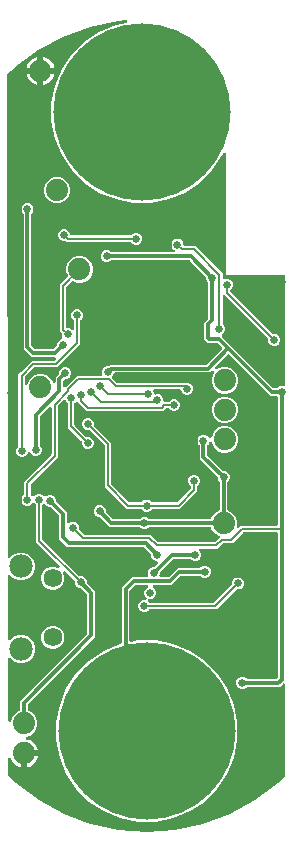
<source format=gbr>
G04 EAGLE Gerber RS-274X export*
G75*
%MOMM*%
%FSLAX34Y34*%
%LPD*%
%INBottom Copper*%
%IPPOS*%
%AMOC8*
5,1,8,0,0,1.08239X$1,22.5*%
G01*
%ADD10C,1.879600*%
%ADD11C,0.908000*%
%ADD12C,1.582200*%
%ADD13C,1.980000*%
%ADD14C,0.654800*%
%ADD15C,1.050000*%
%ADD16C,0.177800*%
%ADD17C,1.143000*%
%ADD18C,0.304800*%
%ADD19C,15.000000*%

G36*
X8955Y48850D02*
X8955Y48850D01*
X9045Y48856D01*
X9111Y48877D01*
X9179Y48889D01*
X9261Y48926D01*
X9348Y48954D01*
X9406Y48991D01*
X9469Y49019D01*
X9539Y49076D01*
X9616Y49125D01*
X9663Y49175D01*
X9717Y49218D01*
X9772Y49291D01*
X9834Y49357D01*
X9867Y49417D01*
X9908Y49472D01*
X9979Y49617D01*
X11725Y53831D01*
X14869Y56975D01*
X17114Y57905D01*
X17139Y57920D01*
X17167Y57929D01*
X17277Y57998D01*
X17390Y58063D01*
X17411Y58083D01*
X17436Y58099D01*
X17525Y58194D01*
X17618Y58284D01*
X17634Y58309D01*
X17654Y58331D01*
X17717Y58444D01*
X17785Y58555D01*
X17793Y58583D01*
X17808Y58609D01*
X17840Y58735D01*
X17878Y58859D01*
X17880Y58888D01*
X17887Y58917D01*
X17897Y59078D01*
X17897Y66568D01*
X74326Y122996D01*
X74386Y123075D01*
X74454Y123147D01*
X74483Y123200D01*
X74520Y123248D01*
X74560Y123339D01*
X74608Y123425D01*
X74623Y123484D01*
X74647Y123539D01*
X74662Y123637D01*
X74687Y123733D01*
X74693Y123833D01*
X74697Y123854D01*
X74695Y123866D01*
X74697Y123894D01*
X74697Y156106D01*
X74685Y156204D01*
X74682Y156303D01*
X74665Y156362D01*
X74657Y156422D01*
X74621Y156514D01*
X74593Y156609D01*
X74563Y156661D01*
X74540Y156717D01*
X74482Y156797D01*
X74432Y156883D01*
X74366Y156958D01*
X74354Y156975D01*
X74344Y156983D01*
X74326Y157004D01*
X69754Y161576D01*
X69675Y161636D01*
X69603Y161704D01*
X69550Y161733D01*
X69502Y161770D01*
X69411Y161810D01*
X69325Y161858D01*
X69266Y161873D01*
X69211Y161897D01*
X69113Y161912D01*
X69017Y161937D01*
X68917Y161943D01*
X68896Y161947D01*
X68884Y161945D01*
X68856Y161947D01*
X67995Y161947D01*
X66138Y162716D01*
X64716Y164138D01*
X63947Y165995D01*
X63947Y167754D01*
X63935Y167852D01*
X63932Y167951D01*
X63915Y168010D01*
X63907Y168070D01*
X63871Y168162D01*
X63843Y168257D01*
X63813Y168309D01*
X63790Y168365D01*
X63732Y168445D01*
X63682Y168531D01*
X63616Y168606D01*
X63604Y168623D01*
X63594Y168631D01*
X63576Y168652D01*
X56408Y175820D01*
X56353Y175862D01*
X56304Y175912D01*
X56228Y175959D01*
X56156Y176014D01*
X56092Y176042D01*
X56033Y176079D01*
X55947Y176105D01*
X55865Y176141D01*
X55796Y176152D01*
X55729Y176172D01*
X55639Y176177D01*
X55551Y176191D01*
X55481Y176184D01*
X55411Y176187D01*
X55324Y176169D01*
X55234Y176161D01*
X55168Y176137D01*
X55100Y176123D01*
X55019Y176084D01*
X54935Y176053D01*
X54877Y176014D01*
X54814Y175983D01*
X54746Y175925D01*
X54671Y175875D01*
X54625Y175822D01*
X54572Y175777D01*
X54521Y175704D01*
X54461Y175636D01*
X54429Y175574D01*
X54389Y175517D01*
X54357Y175433D01*
X54316Y175353D01*
X54301Y175285D01*
X54276Y175220D01*
X54266Y175130D01*
X54247Y175043D01*
X54249Y174973D01*
X54241Y174904D01*
X54254Y174815D01*
X54256Y174725D01*
X54276Y174658D01*
X54286Y174589D01*
X54338Y174436D01*
X55170Y172427D01*
X55170Y168573D01*
X53695Y165011D01*
X50969Y162285D01*
X47407Y160810D01*
X43553Y160810D01*
X39991Y162285D01*
X37265Y165011D01*
X35790Y168573D01*
X35790Y172427D01*
X37265Y175989D01*
X39991Y178715D01*
X43553Y180190D01*
X47407Y180190D01*
X49416Y179358D01*
X49484Y179339D01*
X49548Y179311D01*
X49637Y179297D01*
X49723Y179274D01*
X49793Y179273D01*
X49862Y179262D01*
X49951Y179270D01*
X50041Y179269D01*
X50109Y179285D01*
X50178Y179291D01*
X50263Y179322D01*
X50350Y179343D01*
X50412Y179375D01*
X50478Y179399D01*
X50552Y179450D01*
X50631Y179491D01*
X50683Y179538D01*
X50741Y179578D01*
X50800Y179645D01*
X50867Y179705D01*
X50905Y179764D01*
X50951Y179816D01*
X50992Y179896D01*
X51042Y179971D01*
X51064Y180037D01*
X51096Y180099D01*
X51116Y180187D01*
X51145Y180272D01*
X51150Y180342D01*
X51166Y180410D01*
X51163Y180499D01*
X51170Y180589D01*
X51158Y180658D01*
X51156Y180727D01*
X51131Y180814D01*
X51116Y180902D01*
X51087Y180966D01*
X51067Y181033D01*
X51022Y181110D01*
X50985Y181192D01*
X50941Y181247D01*
X50906Y181307D01*
X50800Y181428D01*
X31332Y200895D01*
X31332Y231996D01*
X31320Y232095D01*
X31317Y232194D01*
X31300Y232252D01*
X31292Y232312D01*
X31256Y232404D01*
X31228Y232499D01*
X31198Y232551D01*
X31175Y232608D01*
X31117Y232688D01*
X31067Y232773D01*
X31001Y232848D01*
X30989Y232865D01*
X30979Y232873D01*
X30961Y232894D01*
X29898Y233957D01*
X29804Y234030D01*
X29714Y234109D01*
X29678Y234127D01*
X29646Y234152D01*
X29537Y234199D01*
X29431Y234253D01*
X29392Y234262D01*
X29354Y234278D01*
X29237Y234297D01*
X29121Y234323D01*
X29080Y234322D01*
X29040Y234328D01*
X28922Y234317D01*
X28803Y234313D01*
X28764Y234302D01*
X28724Y234298D01*
X28611Y234258D01*
X28497Y234225D01*
X28463Y234204D01*
X28424Y234191D01*
X28326Y234124D01*
X28223Y234063D01*
X28178Y234023D01*
X28161Y234012D01*
X28148Y233997D01*
X28103Y233957D01*
X26862Y232716D01*
X25005Y231947D01*
X22995Y231947D01*
X21138Y232716D01*
X19716Y234138D01*
X18947Y235995D01*
X18947Y238005D01*
X19716Y239862D01*
X20961Y241106D01*
X21021Y241184D01*
X21089Y241257D01*
X21118Y241310D01*
X21155Y241357D01*
X21195Y241448D01*
X21243Y241535D01*
X21258Y241594D01*
X21282Y241649D01*
X21297Y241747D01*
X21322Y241843D01*
X21328Y241943D01*
X21332Y241963D01*
X21330Y241976D01*
X21332Y242004D01*
X21332Y252105D01*
X44020Y274792D01*
X44080Y274871D01*
X44148Y274943D01*
X44176Y274994D01*
X44193Y275015D01*
X44196Y275019D01*
X44214Y275044D01*
X44254Y275135D01*
X44302Y275221D01*
X44315Y275272D01*
X44329Y275302D01*
X44331Y275312D01*
X44341Y275335D01*
X44356Y275433D01*
X44381Y275529D01*
X44385Y275597D01*
X44389Y275615D01*
X44388Y275631D01*
X44391Y275649D01*
X44389Y275662D01*
X44391Y275690D01*
X44391Y314594D01*
X44374Y314731D01*
X44361Y314870D01*
X44354Y314889D01*
X44351Y314909D01*
X44300Y315038D01*
X44253Y315169D01*
X44242Y315186D01*
X44234Y315205D01*
X44153Y315317D01*
X44075Y315433D01*
X44059Y315446D01*
X44048Y315462D01*
X43940Y315551D01*
X43836Y315643D01*
X43818Y315652D01*
X43803Y315665D01*
X43677Y315724D01*
X43553Y315788D01*
X43533Y315792D01*
X43515Y315801D01*
X43379Y315827D01*
X43243Y315857D01*
X43222Y315857D01*
X43203Y315860D01*
X43064Y315852D01*
X42925Y315848D01*
X42905Y315842D01*
X42885Y315841D01*
X42753Y315798D01*
X42619Y315759D01*
X42602Y315749D01*
X42583Y315743D01*
X42465Y315668D01*
X42345Y315598D01*
X42324Y315579D01*
X42314Y315573D01*
X42300Y315558D01*
X42225Y315491D01*
X34674Y307941D01*
X34614Y307863D01*
X34546Y307791D01*
X34517Y307738D01*
X34480Y307690D01*
X34440Y307599D01*
X34392Y307512D01*
X34377Y307454D01*
X34353Y307398D01*
X34338Y307300D01*
X34313Y307204D01*
X34307Y307104D01*
X34303Y307084D01*
X34305Y307072D01*
X34303Y307044D01*
X34303Y283369D01*
X34315Y283270D01*
X34318Y283171D01*
X34335Y283113D01*
X34343Y283053D01*
X34379Y282961D01*
X34407Y282866D01*
X34437Y282814D01*
X34460Y282757D01*
X34518Y282677D01*
X34568Y282592D01*
X34634Y282517D01*
X34646Y282500D01*
X34656Y282492D01*
X34675Y282471D01*
X35284Y281862D01*
X36053Y280005D01*
X36053Y277995D01*
X35284Y276138D01*
X33862Y274716D01*
X32005Y273947D01*
X29995Y273947D01*
X28138Y274716D01*
X26717Y276138D01*
X26595Y276432D01*
X26526Y276553D01*
X26461Y276676D01*
X26447Y276691D01*
X26437Y276708D01*
X26341Y276807D01*
X26247Y276911D01*
X26230Y276922D01*
X26216Y276937D01*
X26097Y277009D01*
X25981Y277086D01*
X25962Y277092D01*
X25945Y277103D01*
X25812Y277144D01*
X25680Y277189D01*
X25660Y277190D01*
X25641Y277196D01*
X25502Y277203D01*
X25363Y277214D01*
X25343Y277211D01*
X25323Y277212D01*
X25187Y277183D01*
X25050Y277160D01*
X25032Y277151D01*
X25012Y277147D01*
X24887Y277086D01*
X24760Y277029D01*
X24744Y277016D01*
X24726Y277008D01*
X24620Y276917D01*
X24512Y276830D01*
X24500Y276814D01*
X24484Y276801D01*
X24404Y276688D01*
X24320Y276576D01*
X24308Y276551D01*
X24301Y276541D01*
X24294Y276522D01*
X24249Y276432D01*
X23716Y275144D01*
X22294Y273722D01*
X20437Y272953D01*
X18427Y272953D01*
X16570Y273722D01*
X15149Y275144D01*
X14380Y277001D01*
X14380Y279011D01*
X15149Y280868D01*
X15961Y281680D01*
X16021Y281758D01*
X16089Y281830D01*
X16118Y281883D01*
X16155Y281931D01*
X16195Y282022D01*
X16243Y282108D01*
X16258Y282167D01*
X16282Y282223D01*
X16297Y282321D01*
X16322Y282416D01*
X16328Y282516D01*
X16332Y282537D01*
X16330Y282549D01*
X16332Y282577D01*
X16332Y343105D01*
X18267Y345039D01*
X25961Y352733D01*
X27895Y354668D01*
X46369Y354668D01*
X46467Y354680D01*
X46566Y354683D01*
X46625Y354700D01*
X46685Y354708D01*
X46777Y354744D01*
X46872Y354772D01*
X46924Y354802D01*
X46980Y354825D01*
X47061Y354883D01*
X47146Y354933D01*
X47221Y354999D01*
X47238Y355011D01*
X47246Y355021D01*
X47267Y355039D01*
X47758Y355531D01*
X47843Y355640D01*
X47932Y355747D01*
X47940Y355766D01*
X47953Y355782D01*
X48008Y355910D01*
X48067Y356035D01*
X48071Y356055D01*
X48079Y356074D01*
X48101Y356212D01*
X48127Y356348D01*
X48126Y356368D01*
X48129Y356388D01*
X48116Y356527D01*
X48107Y356665D01*
X48101Y356684D01*
X48099Y356704D01*
X48052Y356836D01*
X48009Y356967D01*
X47998Y356985D01*
X47992Y357004D01*
X47913Y357119D01*
X47839Y357236D01*
X47824Y357250D01*
X47813Y357267D01*
X47709Y357359D01*
X47607Y357454D01*
X47590Y357464D01*
X47574Y357477D01*
X47451Y357540D01*
X47329Y357608D01*
X47309Y357613D01*
X47291Y357622D01*
X47155Y357652D01*
X47021Y357687D01*
X46993Y357689D01*
X46981Y357692D01*
X46960Y357691D01*
X46860Y357697D01*
X27632Y357697D01*
X20700Y364629D01*
X20700Y478358D01*
X20688Y478457D01*
X20685Y478556D01*
X20668Y478614D01*
X20660Y478674D01*
X20624Y478766D01*
X20596Y478861D01*
X20566Y478913D01*
X20543Y478970D01*
X20485Y479050D01*
X20435Y479135D01*
X20369Y479210D01*
X20357Y479227D01*
X20347Y479235D01*
X20329Y479256D01*
X19719Y479865D01*
X18950Y481722D01*
X18950Y483732D01*
X19719Y485589D01*
X21141Y487011D01*
X22998Y487780D01*
X25008Y487780D01*
X26865Y487011D01*
X28287Y485589D01*
X29056Y483732D01*
X29056Y481722D01*
X28287Y479865D01*
X27677Y479256D01*
X27617Y479178D01*
X27549Y479105D01*
X27520Y479052D01*
X27483Y479005D01*
X27443Y478914D01*
X27395Y478827D01*
X27380Y478768D01*
X27356Y478713D01*
X27341Y478615D01*
X27316Y478519D01*
X27310Y478419D01*
X27306Y478399D01*
X27308Y478386D01*
X27306Y478358D01*
X27306Y367891D01*
X27318Y367793D01*
X27321Y367694D01*
X27338Y367635D01*
X27346Y367575D01*
X27382Y367483D01*
X27410Y367388D01*
X27440Y367336D01*
X27463Y367280D01*
X27521Y367200D01*
X27571Y367114D01*
X27637Y367039D01*
X27649Y367022D01*
X27659Y367014D01*
X27677Y366993D01*
X29996Y364674D01*
X30075Y364614D01*
X30147Y364546D01*
X30200Y364517D01*
X30248Y364480D01*
X30339Y364440D01*
X30425Y364392D01*
X30484Y364377D01*
X30539Y364353D01*
X30637Y364338D01*
X30733Y364313D01*
X30833Y364307D01*
X30854Y364303D01*
X30866Y364305D01*
X30894Y364303D01*
X45106Y364303D01*
X45204Y364315D01*
X45303Y364318D01*
X45362Y364335D01*
X45422Y364343D01*
X45514Y364379D01*
X45609Y364407D01*
X45661Y364437D01*
X45717Y364460D01*
X45797Y364518D01*
X45883Y364568D01*
X45958Y364634D01*
X45975Y364646D01*
X45983Y364656D01*
X46004Y364674D01*
X48576Y367246D01*
X48636Y367325D01*
X48704Y367397D01*
X48733Y367450D01*
X48770Y367498D01*
X48810Y367589D01*
X48858Y367675D01*
X48873Y367734D01*
X48897Y367789D01*
X48912Y367887D01*
X48937Y367983D01*
X48943Y368083D01*
X48947Y368104D01*
X48945Y368116D01*
X48947Y368144D01*
X48947Y369005D01*
X49716Y370862D01*
X51138Y372284D01*
X52822Y372981D01*
X52925Y373040D01*
X53032Y373092D01*
X53063Y373119D01*
X53098Y373139D01*
X53184Y373221D01*
X53274Y373299D01*
X53297Y373332D01*
X53327Y373360D01*
X53389Y373461D01*
X53457Y373559D01*
X53472Y373597D01*
X53493Y373631D01*
X53528Y373745D01*
X53570Y373856D01*
X53575Y373896D01*
X53586Y373935D01*
X53592Y374054D01*
X53605Y374172D01*
X53600Y374212D01*
X53602Y374253D01*
X53577Y374369D01*
X53561Y374487D01*
X53541Y374544D01*
X53537Y374564D01*
X53528Y374582D01*
X53509Y374639D01*
X52947Y375995D01*
X52947Y377754D01*
X52935Y377852D01*
X52932Y377951D01*
X52915Y378010D01*
X52907Y378070D01*
X52871Y378162D01*
X52843Y378257D01*
X52813Y378309D01*
X52790Y378365D01*
X52732Y378445D01*
X52682Y378531D01*
X52616Y378606D01*
X52604Y378623D01*
X52594Y378631D01*
X52576Y378652D01*
X51332Y379895D01*
X51332Y419105D01*
X53267Y421039D01*
X57741Y425514D01*
X57759Y425537D01*
X57782Y425556D01*
X57856Y425662D01*
X57936Y425765D01*
X57948Y425792D01*
X57965Y425816D01*
X58011Y425938D01*
X58062Y426057D01*
X58067Y426086D01*
X58077Y426114D01*
X58092Y426243D01*
X58112Y426371D01*
X58109Y426400D01*
X58113Y426430D01*
X58095Y426558D01*
X58082Y426688D01*
X58072Y426715D01*
X58068Y426745D01*
X58016Y426897D01*
X56823Y429777D01*
X56823Y434223D01*
X58525Y438331D01*
X61669Y441475D01*
X65777Y443177D01*
X70223Y443177D01*
X74331Y441475D01*
X77475Y438331D01*
X79177Y434223D01*
X79177Y429777D01*
X77475Y425669D01*
X74331Y422525D01*
X70223Y420823D01*
X65777Y420823D01*
X62897Y422016D01*
X62868Y422024D01*
X62842Y422037D01*
X62715Y422066D01*
X62590Y422100D01*
X62561Y422101D01*
X62532Y422107D01*
X62402Y422103D01*
X62272Y422105D01*
X62244Y422098D01*
X62214Y422097D01*
X62089Y422061D01*
X61963Y422031D01*
X61937Y422017D01*
X61909Y422009D01*
X61797Y421943D01*
X61682Y421882D01*
X61660Y421862D01*
X61635Y421847D01*
X61514Y421741D01*
X57039Y417267D01*
X56979Y417188D01*
X56911Y417116D01*
X56882Y417063D01*
X56845Y417015D01*
X56805Y416924D01*
X56757Y416838D01*
X56742Y416779D01*
X56718Y416724D01*
X56703Y416626D01*
X56678Y416530D01*
X56672Y416430D01*
X56668Y416410D01*
X56670Y416397D01*
X56668Y416369D01*
X56668Y383322D01*
X56683Y383204D01*
X56690Y383085D01*
X56703Y383047D01*
X56708Y383006D01*
X56751Y382896D01*
X56788Y382783D01*
X56810Y382748D01*
X56825Y382711D01*
X56894Y382615D01*
X56958Y382514D01*
X56988Y382486D01*
X57011Y382453D01*
X57103Y382377D01*
X57190Y382296D01*
X57225Y382276D01*
X57256Y382251D01*
X57364Y382200D01*
X57468Y382142D01*
X57508Y382132D01*
X57544Y382115D01*
X57661Y382093D01*
X57776Y382063D01*
X57836Y382059D01*
X57856Y382055D01*
X57877Y382057D01*
X57937Y382053D01*
X59005Y382053D01*
X60862Y381284D01*
X61165Y380980D01*
X61275Y380895D01*
X61382Y380806D01*
X61401Y380798D01*
X61417Y380785D01*
X61545Y380730D01*
X61670Y380671D01*
X61690Y380667D01*
X61709Y380659D01*
X61847Y380637D01*
X61983Y380611D01*
X62003Y380612D01*
X62023Y380609D01*
X62162Y380622D01*
X62300Y380631D01*
X62319Y380637D01*
X62339Y380639D01*
X62470Y380686D01*
X62602Y380729D01*
X62620Y380740D01*
X62639Y380746D01*
X62753Y380824D01*
X62871Y380899D01*
X62885Y380914D01*
X62902Y380925D01*
X62994Y381029D01*
X63089Y381130D01*
X63099Y381148D01*
X63112Y381163D01*
X63176Y381287D01*
X63243Y381409D01*
X63248Y381428D01*
X63257Y381447D01*
X63287Y381583D01*
X63322Y381717D01*
X63324Y381745D01*
X63327Y381757D01*
X63326Y381777D01*
X63332Y381878D01*
X63332Y387996D01*
X63320Y388095D01*
X63317Y388194D01*
X63300Y388252D01*
X63292Y388312D01*
X63256Y388404D01*
X63228Y388499D01*
X63198Y388551D01*
X63175Y388608D01*
X63117Y388688D01*
X63067Y388773D01*
X63001Y388848D01*
X62989Y388865D01*
X62979Y388873D01*
X62961Y388894D01*
X61716Y390138D01*
X60947Y391995D01*
X60947Y394005D01*
X61716Y395862D01*
X63138Y397284D01*
X64995Y398053D01*
X67005Y398053D01*
X68862Y397284D01*
X70284Y395862D01*
X71053Y394005D01*
X71053Y391995D01*
X70284Y390138D01*
X69039Y388894D01*
X68979Y388816D01*
X68911Y388743D01*
X68882Y388690D01*
X68845Y388643D01*
X68805Y388552D01*
X68757Y388465D01*
X68742Y388406D01*
X68718Y388351D01*
X68703Y388253D01*
X68678Y388157D01*
X68672Y388057D01*
X68668Y388037D01*
X68670Y388024D01*
X68668Y387996D01*
X68668Y368895D01*
X66733Y366961D01*
X51039Y351267D01*
X49105Y349332D01*
X30631Y349332D01*
X30533Y349320D01*
X30434Y349317D01*
X30375Y349300D01*
X30315Y349292D01*
X30223Y349256D01*
X30128Y349228D01*
X30076Y349198D01*
X30020Y349175D01*
X29939Y349117D01*
X29854Y349067D01*
X29779Y349001D01*
X29762Y348989D01*
X29754Y348979D01*
X29742Y348968D01*
X29741Y348968D01*
X29733Y348961D01*
X22039Y341267D01*
X21979Y341188D01*
X21911Y341116D01*
X21882Y341063D01*
X21845Y341015D01*
X21805Y340925D01*
X21757Y340838D01*
X21742Y340779D01*
X21718Y340724D01*
X21703Y340626D01*
X21678Y340530D01*
X21672Y340430D01*
X21668Y340410D01*
X21670Y340397D01*
X21668Y340369D01*
X21668Y335400D01*
X21676Y335331D01*
X21675Y335261D01*
X21696Y335174D01*
X21708Y335085D01*
X21733Y335020D01*
X21750Y334952D01*
X21792Y334872D01*
X21825Y334789D01*
X21866Y334733D01*
X21898Y334671D01*
X21959Y334604D01*
X22011Y334532D01*
X22065Y334487D01*
X22112Y334435D01*
X22187Y334386D01*
X22256Y334329D01*
X22320Y334299D01*
X22378Y334261D01*
X22463Y334232D01*
X22544Y334193D01*
X22613Y334180D01*
X22679Y334157D01*
X22768Y334150D01*
X22856Y334133D01*
X22926Y334138D01*
X22996Y334132D01*
X23084Y334148D01*
X23174Y334153D01*
X23240Y334175D01*
X23309Y334187D01*
X23391Y334224D01*
X23476Y334251D01*
X23535Y334289D01*
X23599Y334317D01*
X23669Y334373D01*
X23745Y334421D01*
X23793Y334472D01*
X23847Y334516D01*
X23902Y334588D01*
X23963Y334653D01*
X23997Y334714D01*
X24039Y334770D01*
X24110Y334914D01*
X25525Y338331D01*
X28669Y341475D01*
X32777Y343177D01*
X37223Y343177D01*
X41331Y341475D01*
X44475Y338331D01*
X45320Y336291D01*
X45355Y336230D01*
X45381Y336165D01*
X45433Y336092D01*
X45478Y336014D01*
X45526Y335964D01*
X45567Y335908D01*
X45637Y335850D01*
X45699Y335786D01*
X45759Y335749D01*
X45812Y335705D01*
X45894Y335667D01*
X45970Y335620D01*
X46037Y335599D01*
X46100Y335569D01*
X46188Y335552D01*
X46274Y335526D01*
X46344Y335523D01*
X46413Y335510D01*
X46502Y335515D01*
X46592Y335511D01*
X46660Y335525D01*
X46730Y335529D01*
X46815Y335557D01*
X46903Y335575D01*
X46966Y335606D01*
X47032Y335627D01*
X47108Y335675D01*
X47189Y335715D01*
X47242Y335760D01*
X47301Y335798D01*
X47363Y335863D01*
X47431Y335921D01*
X47471Y335978D01*
X47519Y336029D01*
X47562Y336108D01*
X47614Y336181D01*
X47639Y336247D01*
X47673Y336308D01*
X47695Y336394D01*
X47727Y336479D01*
X47735Y336548D01*
X47752Y336616D01*
X47762Y336776D01*
X47762Y340433D01*
X50068Y342739D01*
X50069Y342739D01*
X50576Y343246D01*
X50636Y343325D01*
X50704Y343397D01*
X50733Y343450D01*
X50770Y343498D01*
X50810Y343589D01*
X50858Y343675D01*
X50873Y343734D01*
X50897Y343789D01*
X50912Y343887D01*
X50937Y343983D01*
X50943Y344083D01*
X50947Y344103D01*
X50945Y344116D01*
X50947Y344144D01*
X50947Y345005D01*
X51716Y346862D01*
X53138Y348284D01*
X54995Y349053D01*
X57005Y349053D01*
X58862Y348284D01*
X60284Y346862D01*
X61053Y345005D01*
X61053Y342995D01*
X60284Y341138D01*
X58862Y339716D01*
X57005Y338947D01*
X56144Y338947D01*
X56046Y338935D01*
X55947Y338932D01*
X55888Y338915D01*
X55828Y338907D01*
X55736Y338871D01*
X55641Y338843D01*
X55589Y338813D01*
X55533Y338790D01*
X55453Y338732D01*
X55367Y338682D01*
X55292Y338616D01*
X55275Y338604D01*
X55267Y338594D01*
X55246Y338576D01*
X54739Y338069D01*
X54679Y337990D01*
X54611Y337918D01*
X54582Y337865D01*
X54545Y337817D01*
X54505Y337726D01*
X54457Y337640D01*
X54442Y337581D01*
X54418Y337526D01*
X54403Y337428D01*
X54378Y337332D01*
X54372Y337232D01*
X54368Y337212D01*
X54370Y337199D01*
X54368Y337171D01*
X54368Y333205D01*
X54385Y333067D01*
X54398Y332928D01*
X54405Y332909D01*
X54408Y332889D01*
X54459Y332760D01*
X54506Y332629D01*
X54517Y332612D01*
X54525Y332593D01*
X54606Y332481D01*
X54684Y332366D01*
X54700Y332352D01*
X54711Y332336D01*
X54819Y332248D01*
X54923Y332155D01*
X54941Y332146D01*
X54956Y332133D01*
X55082Y332074D01*
X55206Y332011D01*
X55226Y332006D01*
X55244Y331998D01*
X55380Y331972D01*
X55516Y331941D01*
X55537Y331942D01*
X55556Y331938D01*
X55695Y331947D01*
X55834Y331951D01*
X55854Y331957D01*
X55874Y331958D01*
X56006Y332001D01*
X56140Y332039D01*
X56157Y332050D01*
X56176Y332056D01*
X56294Y332130D01*
X56414Y332201D01*
X56435Y332219D01*
X56445Y332226D01*
X56459Y332241D01*
X56534Y332307D01*
X65895Y341668D01*
X85987Y341668D01*
X86037Y341674D01*
X86086Y341672D01*
X86194Y341694D01*
X86303Y341708D01*
X86349Y341726D01*
X86398Y341736D01*
X86496Y341784D01*
X86598Y341825D01*
X86639Y341854D01*
X86683Y341876D01*
X86767Y341947D01*
X86856Y342011D01*
X86888Y342050D01*
X86925Y342082D01*
X86988Y342172D01*
X87059Y342256D01*
X87080Y342301D01*
X87108Y342342D01*
X87147Y342445D01*
X87194Y342544D01*
X87203Y342593D01*
X87221Y342639D01*
X87233Y342749D01*
X87254Y342856D01*
X87251Y342906D01*
X87256Y342955D01*
X87241Y343064D01*
X87234Y343174D01*
X87219Y343221D01*
X87212Y343270D01*
X87160Y343423D01*
X86947Y343936D01*
X86947Y345946D01*
X87716Y347803D01*
X89138Y349225D01*
X90995Y349994D01*
X91856Y349994D01*
X91954Y350006D01*
X92053Y350009D01*
X92112Y350026D01*
X92172Y350034D01*
X92264Y350070D01*
X92359Y350098D01*
X92411Y350128D01*
X92467Y350151D01*
X92547Y350209D01*
X92633Y350259D01*
X92708Y350325D01*
X92725Y350337D01*
X92733Y350347D01*
X92754Y350365D01*
X93691Y351303D01*
X175106Y351303D01*
X175204Y351315D01*
X175303Y351318D01*
X175362Y351335D01*
X175422Y351343D01*
X175514Y351379D01*
X175609Y351407D01*
X175661Y351437D01*
X175717Y351460D01*
X175797Y351518D01*
X175883Y351568D01*
X175958Y351634D01*
X175975Y351646D01*
X175983Y351656D01*
X176004Y351674D01*
X188522Y364193D01*
X188595Y364287D01*
X188674Y364376D01*
X188692Y364412D01*
X188717Y364444D01*
X188765Y364554D01*
X188819Y364660D01*
X188827Y364699D01*
X188844Y364736D01*
X188862Y364854D01*
X188888Y364970D01*
X188887Y365010D01*
X188893Y365050D01*
X188882Y365169D01*
X188879Y365288D01*
X188867Y365327D01*
X188864Y365367D01*
X188823Y365479D01*
X188790Y365593D01*
X188770Y365628D01*
X188756Y365666D01*
X188689Y365765D01*
X188629Y365867D01*
X188589Y365912D01*
X188577Y365929D01*
X188562Y365943D01*
X188522Y365988D01*
X185094Y369416D01*
X185016Y369477D01*
X184944Y369545D01*
X184891Y369574D01*
X184843Y369611D01*
X184752Y369650D01*
X184665Y369698D01*
X184607Y369713D01*
X184551Y369737D01*
X184453Y369753D01*
X184357Y369778D01*
X184257Y369784D01*
X184237Y369787D01*
X184225Y369786D01*
X184197Y369788D01*
X176541Y369788D01*
X173697Y372632D01*
X173697Y386901D01*
X176793Y389996D01*
X176853Y390075D01*
X176921Y390147D01*
X176950Y390200D01*
X176987Y390248D01*
X177027Y390339D01*
X177075Y390425D01*
X177090Y390484D01*
X177114Y390539D01*
X177129Y390637D01*
X177154Y390733D01*
X177160Y390833D01*
X177164Y390853D01*
X177162Y390866D01*
X177164Y390894D01*
X177164Y420726D01*
X177152Y420825D01*
X177149Y420924D01*
X177132Y420982D01*
X177124Y421042D01*
X177088Y421134D01*
X177060Y421229D01*
X177030Y421281D01*
X177007Y421338D01*
X176949Y421418D01*
X176899Y421503D01*
X176833Y421578D01*
X176821Y421595D01*
X176811Y421603D01*
X176793Y421624D01*
X176278Y422138D01*
X175509Y423995D01*
X175509Y424856D01*
X175497Y424954D01*
X175494Y425053D01*
X175477Y425112D01*
X175469Y425172D01*
X175433Y425264D01*
X175405Y425359D01*
X175375Y425411D01*
X175352Y425467D01*
X175294Y425547D01*
X175244Y425633D01*
X175178Y425708D01*
X175166Y425725D01*
X175156Y425733D01*
X175138Y425754D01*
X161566Y439326D01*
X161487Y439386D01*
X161415Y439454D01*
X161362Y439483D01*
X161314Y439520D01*
X161223Y439560D01*
X161137Y439608D01*
X161078Y439623D01*
X161023Y439647D01*
X160925Y439662D01*
X160829Y439687D01*
X160729Y439693D01*
X160708Y439697D01*
X160696Y439695D01*
X160668Y439697D01*
X95369Y439697D01*
X95270Y439685D01*
X95171Y439682D01*
X95113Y439665D01*
X95053Y439657D01*
X94961Y439621D01*
X94866Y439593D01*
X94814Y439563D01*
X94757Y439540D01*
X94677Y439482D01*
X94592Y439432D01*
X94517Y439366D01*
X94500Y439354D01*
X94492Y439344D01*
X94471Y439326D01*
X93862Y438716D01*
X92005Y437947D01*
X89995Y437947D01*
X88138Y438716D01*
X86716Y440138D01*
X85947Y441995D01*
X85947Y444005D01*
X86716Y445862D01*
X88138Y447284D01*
X89995Y448053D01*
X92005Y448053D01*
X93862Y447284D01*
X94471Y446674D01*
X94549Y446614D01*
X94622Y446546D01*
X94675Y446517D01*
X94722Y446480D01*
X94813Y446440D01*
X94900Y446392D01*
X94959Y446377D01*
X95014Y446353D01*
X95112Y446338D01*
X95208Y446313D01*
X95308Y446307D01*
X95328Y446303D01*
X95341Y446305D01*
X95369Y446303D01*
X147584Y446303D01*
X147654Y446311D01*
X147724Y446310D01*
X147811Y446331D01*
X147900Y446343D01*
X147965Y446368D01*
X148033Y446385D01*
X148112Y446427D01*
X148196Y446460D01*
X148252Y446501D01*
X148314Y446533D01*
X148380Y446594D01*
X148453Y446646D01*
X148497Y446700D01*
X148549Y446747D01*
X148598Y446822D01*
X148656Y446891D01*
X148685Y446955D01*
X148724Y447013D01*
X148753Y447098D01*
X148791Y447179D01*
X148804Y447248D01*
X148827Y447314D01*
X148834Y447403D01*
X148851Y447491D01*
X148847Y447561D01*
X148852Y447631D01*
X148837Y447719D01*
X148831Y447809D01*
X148810Y447875D01*
X148798Y447944D01*
X148761Y448026D01*
X148733Y448111D01*
X148696Y448170D01*
X148667Y448234D01*
X148611Y448304D01*
X148563Y448380D01*
X148512Y448428D01*
X148469Y448483D01*
X148397Y448536D01*
X148331Y448598D01*
X148270Y448632D01*
X148214Y448674D01*
X148148Y448706D01*
X146716Y450138D01*
X145947Y451995D01*
X145947Y454005D01*
X146716Y455862D01*
X148138Y457284D01*
X149995Y458053D01*
X152005Y458053D01*
X153862Y457284D01*
X155284Y455862D01*
X156053Y454005D01*
X156053Y452937D01*
X156068Y452819D01*
X156075Y452700D01*
X156088Y452662D01*
X156093Y452621D01*
X156136Y452511D01*
X156173Y452398D01*
X156195Y452363D01*
X156210Y452326D01*
X156279Y452230D01*
X156343Y452129D01*
X156373Y452101D01*
X156396Y452068D01*
X156488Y451992D01*
X156575Y451911D01*
X156610Y451891D01*
X156641Y451866D01*
X156749Y451815D01*
X156853Y451757D01*
X156893Y451747D01*
X156929Y451730D01*
X157046Y451708D01*
X157161Y451678D01*
X157221Y451674D01*
X157241Y451670D01*
X157262Y451672D01*
X157322Y451668D01*
X166105Y451668D01*
X189171Y428602D01*
X189171Y424782D01*
X189177Y424733D01*
X189175Y424684D01*
X189197Y424576D01*
X189211Y424467D01*
X189229Y424421D01*
X189239Y424372D01*
X189287Y424273D01*
X189328Y424171D01*
X189357Y424131D01*
X189379Y424086D01*
X189450Y424003D01*
X189514Y423914D01*
X189553Y423882D01*
X189585Y423844D01*
X189675Y423781D01*
X189759Y423711D01*
X189804Y423690D01*
X189845Y423661D01*
X189948Y423622D01*
X190047Y423576D01*
X190096Y423566D01*
X190142Y423549D01*
X190252Y423536D01*
X190359Y423516D01*
X190409Y423519D01*
X190458Y423513D01*
X190567Y423529D01*
X190677Y423536D01*
X190724Y423551D01*
X190773Y423558D01*
X190926Y423610D01*
X191995Y424053D01*
X194005Y424053D01*
X195862Y423284D01*
X197284Y421862D01*
X198053Y420005D01*
X198053Y417995D01*
X197284Y416138D01*
X196039Y414894D01*
X195979Y414816D01*
X195911Y414743D01*
X195882Y414690D01*
X195845Y414643D01*
X195805Y414552D01*
X195757Y414465D01*
X195742Y414406D01*
X195718Y414351D01*
X195703Y414253D01*
X195678Y414157D01*
X195672Y414057D01*
X195668Y414037D01*
X195670Y414024D01*
X195668Y413996D01*
X195668Y413631D01*
X195680Y413533D01*
X195683Y413434D01*
X195700Y413375D01*
X195708Y413315D01*
X195744Y413223D01*
X195772Y413128D01*
X195802Y413076D01*
X195825Y413020D01*
X195883Y412940D01*
X195933Y412854D01*
X195999Y412779D01*
X196011Y412762D01*
X196021Y412754D01*
X196039Y412733D01*
X231348Y377424D01*
X231427Y377364D01*
X231499Y377296D01*
X231552Y377267D01*
X231600Y377230D01*
X231691Y377190D01*
X231777Y377142D01*
X231836Y377127D01*
X231891Y377103D01*
X231989Y377088D01*
X232085Y377063D01*
X232185Y377057D01*
X232205Y377053D01*
X232218Y377055D01*
X232246Y377053D01*
X234005Y377053D01*
X235862Y376284D01*
X237284Y374862D01*
X238053Y373005D01*
X238053Y370995D01*
X237284Y369138D01*
X235862Y367716D01*
X234005Y366947D01*
X231995Y366947D01*
X230138Y367716D01*
X228716Y369138D01*
X227947Y370995D01*
X227947Y372754D01*
X227935Y372852D01*
X227932Y372951D01*
X227915Y373010D01*
X227907Y373070D01*
X227871Y373162D01*
X227843Y373257D01*
X227813Y373309D01*
X227790Y373365D01*
X227732Y373445D01*
X227682Y373531D01*
X227616Y373606D01*
X227604Y373623D01*
X227594Y373631D01*
X227576Y373652D01*
X192267Y408961D01*
X191337Y409890D01*
X191250Y409958D01*
X191213Y409992D01*
X191194Y410003D01*
X191121Y410064D01*
X191102Y410072D01*
X191086Y410085D01*
X190958Y410140D01*
X190833Y410199D01*
X190813Y410203D01*
X190794Y410211D01*
X190656Y410233D01*
X190520Y410259D01*
X190500Y410258D01*
X190480Y410261D01*
X190341Y410248D01*
X190203Y410239D01*
X190184Y410233D01*
X190164Y410231D01*
X190032Y410184D01*
X189901Y410141D01*
X189883Y410130D01*
X189864Y410124D01*
X189749Y410045D01*
X189632Y409971D01*
X189618Y409956D01*
X189601Y409945D01*
X189509Y409841D01*
X189414Y409739D01*
X189404Y409722D01*
X189391Y409707D01*
X189328Y409583D01*
X189260Y409461D01*
X189255Y409441D01*
X189246Y409423D01*
X189216Y409287D01*
X189181Y409153D01*
X189179Y409125D01*
X189176Y409113D01*
X189177Y409092D01*
X189175Y409054D01*
X189173Y409047D01*
X189174Y409040D01*
X189171Y408992D01*
X189171Y386543D01*
X189183Y386445D01*
X189186Y386346D01*
X189203Y386287D01*
X189211Y386227D01*
X189247Y386135D01*
X189275Y386040D01*
X189305Y385988D01*
X189328Y385932D01*
X189386Y385852D01*
X189436Y385766D01*
X189502Y385691D01*
X189514Y385674D01*
X189524Y385666D01*
X189542Y385645D01*
X190787Y384401D01*
X191556Y382544D01*
X191556Y380534D01*
X190787Y378677D01*
X189365Y377256D01*
X189162Y377172D01*
X189119Y377147D01*
X189072Y377130D01*
X188981Y377068D01*
X188886Y377014D01*
X188850Y376979D01*
X188809Y376952D01*
X188736Y376869D01*
X188657Y376793D01*
X188632Y376750D01*
X188599Y376713D01*
X188549Y376615D01*
X188491Y376522D01*
X188477Y376474D01*
X188454Y376430D01*
X188430Y376323D01*
X188398Y376218D01*
X188395Y376168D01*
X188384Y376120D01*
X188388Y376010D01*
X188382Y375900D01*
X188393Y375851D01*
X188394Y375802D01*
X188425Y375696D01*
X188447Y375589D01*
X188469Y375544D01*
X188482Y375496D01*
X188538Y375402D01*
X188586Y375303D01*
X188619Y375265D01*
X188644Y375222D01*
X188750Y375101D01*
X232136Y331715D01*
X232215Y331655D01*
X232287Y331587D01*
X232340Y331558D01*
X232388Y331521D01*
X232479Y331481D01*
X232565Y331433D01*
X232624Y331418D01*
X232679Y331394D01*
X232777Y331379D01*
X232873Y331354D01*
X232973Y331348D01*
X232994Y331344D01*
X233006Y331346D01*
X233034Y331344D01*
X234778Y331344D01*
X234877Y331356D01*
X234976Y331359D01*
X235034Y331376D01*
X235094Y331384D01*
X235186Y331420D01*
X235281Y331448D01*
X235333Y331478D01*
X235390Y331501D01*
X235470Y331559D01*
X235555Y331609D01*
X235630Y331675D01*
X235647Y331687D01*
X235655Y331697D01*
X235676Y331715D01*
X236244Y332284D01*
X238101Y333053D01*
X240111Y333053D01*
X240624Y332840D01*
X240672Y332827D01*
X240717Y332806D01*
X240825Y332785D01*
X240931Y332756D01*
X240981Y332755D01*
X241030Y332746D01*
X241139Y332753D01*
X241249Y332751D01*
X241297Y332763D01*
X241347Y332766D01*
X241451Y332800D01*
X241558Y332825D01*
X241602Y332849D01*
X241649Y332864D01*
X241742Y332923D01*
X241839Y332974D01*
X241876Y333007D01*
X241918Y333034D01*
X241993Y333114D01*
X242075Y333188D01*
X242102Y333229D01*
X242136Y333266D01*
X242189Y333362D01*
X242249Y333454D01*
X242266Y333501D01*
X242290Y333544D01*
X242317Y333650D01*
X242353Y333754D01*
X242357Y333804D01*
X242369Y333852D01*
X242379Y334013D01*
X242379Y425730D01*
X242364Y425848D01*
X242357Y425967D01*
X242345Y426005D01*
X242339Y426046D01*
X242296Y426156D01*
X242259Y426269D01*
X242237Y426304D01*
X242222Y426341D01*
X242153Y426437D01*
X242089Y426538D01*
X242059Y426566D01*
X242036Y426599D01*
X241944Y426675D01*
X241857Y426756D01*
X241822Y426776D01*
X241791Y426801D01*
X241683Y426852D01*
X241579Y426910D01*
X241539Y426920D01*
X241503Y426937D01*
X241386Y426959D01*
X241271Y426989D01*
X241211Y426993D01*
X241191Y426997D01*
X241170Y426995D01*
X241110Y426999D01*
X192000Y426999D01*
X191999Y427000D01*
X191999Y529394D01*
X191991Y529463D01*
X191992Y529533D01*
X191971Y529620D01*
X191959Y529710D01*
X191934Y529774D01*
X191917Y529842D01*
X191875Y529922D01*
X191842Y530005D01*
X191801Y530062D01*
X191769Y530123D01*
X191708Y530190D01*
X191656Y530263D01*
X191602Y530307D01*
X191555Y530359D01*
X191480Y530408D01*
X191411Y530465D01*
X191347Y530495D01*
X191289Y530533D01*
X191204Y530563D01*
X191123Y530601D01*
X191054Y530614D01*
X190988Y530637D01*
X190899Y530644D01*
X190811Y530661D01*
X190741Y530656D01*
X190671Y530662D01*
X190583Y530647D01*
X190493Y530641D01*
X190427Y530619D01*
X190358Y530607D01*
X190276Y530571D01*
X190191Y530543D01*
X190132Y530506D01*
X190068Y530477D01*
X189998Y530421D01*
X189922Y530373D01*
X189874Y530322D01*
X189820Y530278D01*
X189765Y530207D01*
X189704Y530141D01*
X189670Y530080D01*
X189628Y530024D01*
X189557Y529880D01*
X189040Y528632D01*
X180638Y516056D01*
X169944Y505362D01*
X157368Y496960D01*
X143396Y491172D01*
X128562Y488221D01*
X113438Y488221D01*
X98604Y491172D01*
X84632Y496960D01*
X72056Y505362D01*
X61362Y516056D01*
X52960Y528632D01*
X47172Y542604D01*
X44221Y557438D01*
X44221Y572562D01*
X47172Y587396D01*
X52960Y601368D01*
X61362Y613944D01*
X72056Y624638D01*
X84632Y633040D01*
X98604Y638828D01*
X107640Y640625D01*
X107716Y640651D01*
X107795Y640666D01*
X107866Y640701D01*
X107941Y640726D01*
X108009Y640769D01*
X108081Y640804D01*
X108142Y640855D01*
X108209Y640898D01*
X108263Y640957D01*
X108324Y641009D01*
X108371Y641074D01*
X108425Y641132D01*
X108463Y641203D01*
X108509Y641268D01*
X108538Y641342D01*
X108576Y641412D01*
X108595Y641490D01*
X108624Y641564D01*
X108633Y641643D01*
X108652Y641720D01*
X108652Y641801D01*
X108661Y641880D01*
X108651Y641959D01*
X108650Y642038D01*
X108630Y642116D01*
X108619Y642195D01*
X108589Y642269D01*
X108569Y642346D01*
X108530Y642416D01*
X108500Y642490D01*
X108452Y642554D01*
X108414Y642623D01*
X108358Y642682D01*
X108311Y642746D01*
X108249Y642796D01*
X108194Y642854D01*
X108126Y642896D01*
X108064Y642947D01*
X107992Y642980D01*
X107925Y643022D01*
X107848Y643047D01*
X107775Y643080D01*
X107697Y643095D01*
X107622Y643119D01*
X107541Y643123D01*
X107463Y643138D01*
X107306Y643136D01*
X107304Y643136D01*
X107303Y643136D01*
X107302Y643136D01*
X100416Y642644D01*
X100406Y642642D01*
X100396Y642642D01*
X100237Y642618D01*
X76732Y637505D01*
X76722Y637501D01*
X76712Y637500D01*
X76558Y637454D01*
X54020Y629048D01*
X54011Y629043D01*
X54001Y629040D01*
X53855Y628972D01*
X32743Y617444D01*
X32735Y617438D01*
X32725Y617434D01*
X32591Y617346D01*
X13334Y602931D01*
X13322Y602919D01*
X13230Y602844D01*
X13202Y602818D01*
X7032Y597073D01*
X6953Y596979D01*
X6869Y596889D01*
X6851Y596857D01*
X6828Y596829D01*
X6775Y596718D01*
X6716Y596611D01*
X6707Y596575D01*
X6691Y596542D01*
X6668Y596421D01*
X6637Y596303D01*
X6634Y596249D01*
X6630Y596230D01*
X6631Y596208D01*
X6627Y596142D01*
X7306Y188904D01*
X7323Y188768D01*
X7336Y188630D01*
X7344Y188610D01*
X7346Y188589D01*
X7397Y188461D01*
X7444Y188331D01*
X7456Y188313D01*
X7464Y188293D01*
X7545Y188182D01*
X7623Y188068D01*
X7639Y188053D01*
X7651Y188036D01*
X7757Y187949D01*
X7861Y187857D01*
X7880Y187847D01*
X7896Y187834D01*
X8021Y187775D01*
X8144Y187712D01*
X8165Y187708D01*
X8184Y187699D01*
X8320Y187673D01*
X8454Y187643D01*
X8476Y187643D01*
X8497Y187640D01*
X8634Y187648D01*
X8772Y187652D01*
X8793Y187658D01*
X8814Y187660D01*
X8946Y187703D01*
X9078Y187741D01*
X9096Y187752D01*
X9117Y187758D01*
X9233Y187833D01*
X9352Y187902D01*
X9374Y187922D01*
X9385Y187929D01*
X9399Y187944D01*
X9473Y188009D01*
X11865Y190401D01*
X16157Y192179D01*
X20803Y192179D01*
X25095Y190401D01*
X28381Y187115D01*
X30159Y182823D01*
X30159Y178177D01*
X28381Y173885D01*
X25095Y170599D01*
X20803Y168821D01*
X16157Y168821D01*
X11865Y170599D01*
X9501Y172963D01*
X9389Y173049D01*
X9282Y173138D01*
X9265Y173146D01*
X9249Y173158D01*
X9120Y173214D01*
X8994Y173273D01*
X8975Y173277D01*
X8958Y173284D01*
X8818Y173306D01*
X8682Y173332D01*
X8663Y173331D01*
X8643Y173334D01*
X8504Y173321D01*
X8364Y173312D01*
X8346Y173306D01*
X8327Y173304D01*
X8195Y173257D01*
X8062Y173214D01*
X8046Y173203D01*
X8028Y173197D01*
X7912Y173118D01*
X7793Y173043D01*
X7780Y173029D01*
X7764Y173018D01*
X7672Y172913D01*
X7576Y172811D01*
X7567Y172794D01*
X7554Y172780D01*
X7490Y172655D01*
X7423Y172532D01*
X7418Y172514D01*
X7409Y172497D01*
X7379Y172360D01*
X7344Y172224D01*
X7342Y172198D01*
X7340Y172186D01*
X7340Y172166D01*
X7334Y172063D01*
X7422Y119021D01*
X7440Y118884D01*
X7453Y118746D01*
X7460Y118726D01*
X7463Y118705D01*
X7514Y118577D01*
X7560Y118447D01*
X7572Y118430D01*
X7580Y118410D01*
X7662Y118298D01*
X7739Y118184D01*
X7755Y118170D01*
X7768Y118153D01*
X7874Y118065D01*
X7977Y117974D01*
X7996Y117964D01*
X8013Y117950D01*
X8138Y117892D01*
X8261Y117829D01*
X8281Y117824D01*
X8301Y117815D01*
X8436Y117790D01*
X8571Y117759D01*
X8592Y117760D01*
X8613Y117756D01*
X8751Y117765D01*
X8889Y117769D01*
X8909Y117775D01*
X8931Y117776D01*
X9062Y117819D01*
X9194Y117857D01*
X9213Y117868D01*
X9233Y117875D01*
X9350Y117949D01*
X9468Y118019D01*
X9490Y118038D01*
X9501Y118045D01*
X9516Y118061D01*
X9589Y118125D01*
X11865Y120401D01*
X16157Y122179D01*
X20803Y122179D01*
X25095Y120401D01*
X28381Y117115D01*
X30159Y112823D01*
X30159Y108177D01*
X28381Y103885D01*
X25095Y100599D01*
X20803Y98821D01*
X16157Y98821D01*
X11865Y100599D01*
X9618Y102846D01*
X9506Y102933D01*
X9399Y103021D01*
X9382Y103029D01*
X9366Y103041D01*
X9237Y103097D01*
X9111Y103156D01*
X9092Y103160D01*
X9074Y103168D01*
X8935Y103190D01*
X8798Y103216D01*
X8779Y103214D01*
X8760Y103217D01*
X8621Y103204D01*
X8481Y103195D01*
X8463Y103189D01*
X8444Y103188D01*
X8312Y103140D01*
X8179Y103097D01*
X8163Y103086D01*
X8144Y103080D01*
X8029Y103001D01*
X7910Y102926D01*
X7897Y102912D01*
X7881Y102901D01*
X7789Y102796D01*
X7693Y102694D01*
X7684Y102677D01*
X7671Y102663D01*
X7607Y102538D01*
X7540Y102415D01*
X7535Y102397D01*
X7526Y102380D01*
X7496Y102243D01*
X7461Y102107D01*
X7459Y102081D01*
X7457Y102069D01*
X7457Y102049D01*
X7451Y101947D01*
X7537Y50100D01*
X7546Y50032D01*
X7545Y49963D01*
X7566Y49875D01*
X7578Y49785D01*
X7603Y49721D01*
X7619Y49654D01*
X7661Y49574D01*
X7695Y49489D01*
X7736Y49434D01*
X7768Y49373D01*
X7829Y49306D01*
X7882Y49232D01*
X7935Y49189D01*
X7982Y49138D01*
X8058Y49088D01*
X8128Y49030D01*
X8190Y49001D01*
X8247Y48963D01*
X8333Y48933D01*
X8416Y48895D01*
X8483Y48882D01*
X8548Y48860D01*
X8639Y48852D01*
X8728Y48835D01*
X8797Y48840D01*
X8865Y48834D01*
X8955Y48850D01*
G37*
G36*
X125091Y-44153D02*
X125091Y-44153D01*
X148983Y-42444D01*
X148993Y-42442D01*
X149003Y-42442D01*
X149163Y-42418D01*
X172569Y-37326D01*
X172579Y-37323D01*
X172589Y-37322D01*
X172743Y-37275D01*
X195186Y-28904D01*
X195195Y-28900D01*
X195205Y-28897D01*
X195351Y-28829D01*
X216375Y-17349D01*
X216380Y-17345D01*
X216381Y-17345D01*
X216384Y-17343D01*
X216392Y-17339D01*
X216527Y-17251D01*
X235703Y-2896D01*
X235715Y-2885D01*
X235807Y-2809D01*
X241975Y2933D01*
X242053Y3026D01*
X242136Y3115D01*
X242154Y3148D01*
X242179Y3177D01*
X242231Y3287D01*
X242290Y3393D01*
X242299Y3430D01*
X242315Y3464D01*
X242339Y3584D01*
X242369Y3701D01*
X242373Y3757D01*
X242376Y3776D01*
X242375Y3797D01*
X242379Y3862D01*
X242379Y80153D01*
X242362Y80291D01*
X242349Y80430D01*
X242342Y80449D01*
X242339Y80469D01*
X242288Y80598D01*
X242241Y80729D01*
X242230Y80746D01*
X242222Y80764D01*
X242141Y80877D01*
X242063Y80992D01*
X242047Y81006D01*
X242036Y81022D01*
X241928Y81111D01*
X241824Y81203D01*
X241806Y81212D01*
X241791Y81225D01*
X241665Y81284D01*
X241541Y81347D01*
X241521Y81352D01*
X241503Y81360D01*
X241367Y81386D01*
X241230Y81417D01*
X241210Y81416D01*
X241191Y81420D01*
X241052Y81411D01*
X240913Y81407D01*
X240893Y81401D01*
X240873Y81400D01*
X240741Y81357D01*
X240607Y81319D01*
X240590Y81308D01*
X240571Y81302D01*
X240453Y81228D01*
X240333Y81157D01*
X240312Y81139D01*
X240302Y81132D01*
X240288Y81117D01*
X240212Y81051D01*
X240102Y80940D01*
X237859Y78697D01*
X210369Y78697D01*
X210270Y78685D01*
X210171Y78682D01*
X210113Y78665D01*
X210053Y78657D01*
X209961Y78621D01*
X209866Y78593D01*
X209814Y78563D01*
X209757Y78540D01*
X209677Y78482D01*
X209592Y78432D01*
X209517Y78366D01*
X209500Y78354D01*
X209492Y78344D01*
X209471Y78326D01*
X208862Y77716D01*
X207005Y76947D01*
X204995Y76947D01*
X203138Y77716D01*
X201716Y79138D01*
X200947Y80995D01*
X200947Y83005D01*
X201716Y84862D01*
X203138Y86284D01*
X204995Y87053D01*
X207005Y87053D01*
X208862Y86284D01*
X209471Y85674D01*
X209549Y85614D01*
X209622Y85546D01*
X209675Y85517D01*
X209722Y85480D01*
X209813Y85440D01*
X209900Y85392D01*
X209959Y85377D01*
X210014Y85353D01*
X210112Y85338D01*
X210208Y85313D01*
X210308Y85307D01*
X210328Y85303D01*
X210341Y85305D01*
X210369Y85303D01*
X234534Y85303D01*
X234652Y85318D01*
X234771Y85325D01*
X234809Y85338D01*
X234850Y85343D01*
X234960Y85386D01*
X235073Y85423D01*
X235108Y85445D01*
X235145Y85460D01*
X235241Y85529D01*
X235342Y85593D01*
X235370Y85623D01*
X235403Y85646D01*
X235479Y85738D01*
X235560Y85825D01*
X235580Y85860D01*
X235605Y85891D01*
X235656Y85999D01*
X235714Y86103D01*
X235724Y86143D01*
X235741Y86179D01*
X235763Y86296D01*
X235793Y86411D01*
X235797Y86471D01*
X235801Y86491D01*
X235800Y86495D01*
X235801Y86496D01*
X235800Y86514D01*
X235803Y86572D01*
X235803Y208063D01*
X235788Y208181D01*
X235781Y208300D01*
X235768Y208338D01*
X235763Y208379D01*
X235720Y208489D01*
X235683Y208602D01*
X235661Y208637D01*
X235646Y208674D01*
X235577Y208770D01*
X235513Y208871D01*
X235483Y208899D01*
X235460Y208932D01*
X235368Y209008D01*
X235281Y209089D01*
X235246Y209109D01*
X235215Y209134D01*
X235107Y209185D01*
X235003Y209243D01*
X234963Y209253D01*
X234927Y209270D01*
X234810Y209292D01*
X234695Y209322D01*
X234635Y209326D01*
X234615Y209330D01*
X234594Y209328D01*
X234534Y209332D01*
X207229Y209332D01*
X207131Y209320D01*
X207032Y209317D01*
X206973Y209300D01*
X206913Y209292D01*
X206821Y209256D01*
X206726Y209228D01*
X206674Y209198D01*
X206618Y209175D01*
X206538Y209117D01*
X206452Y209067D01*
X206377Y209001D01*
X206360Y208989D01*
X206353Y208979D01*
X206331Y208961D01*
X197703Y200332D01*
X190384Y200332D01*
X190286Y200320D01*
X190187Y200317D01*
X190128Y200300D01*
X190068Y200292D01*
X189976Y200256D01*
X189881Y200228D01*
X189829Y200198D01*
X189773Y200175D01*
X189692Y200117D01*
X189607Y200067D01*
X189532Y200001D01*
X189515Y199989D01*
X189507Y199979D01*
X189486Y199961D01*
X185105Y195579D01*
X170631Y195579D01*
X170493Y195562D01*
X170354Y195549D01*
X170335Y195542D01*
X170315Y195539D01*
X170185Y195488D01*
X170055Y195441D01*
X170038Y195430D01*
X170019Y195422D01*
X169907Y195341D01*
X169792Y195263D01*
X169778Y195247D01*
X169762Y195236D01*
X169673Y195128D01*
X169581Y195024D01*
X169572Y195006D01*
X169559Y194991D01*
X169500Y194865D01*
X169437Y194741D01*
X169432Y194721D01*
X169424Y194703D01*
X169398Y194566D01*
X169367Y194431D01*
X169368Y194410D01*
X169364Y194391D01*
X169373Y194252D01*
X169377Y194113D01*
X169382Y194093D01*
X169384Y194073D01*
X169426Y193941D01*
X169465Y193807D01*
X169475Y193790D01*
X169482Y193771D01*
X169556Y193653D01*
X169627Y193533D01*
X169645Y193512D01*
X169652Y193502D01*
X169667Y193488D01*
X169733Y193413D01*
X170284Y192862D01*
X171053Y191005D01*
X171053Y188995D01*
X170284Y187138D01*
X168862Y185716D01*
X167005Y184947D01*
X164995Y184947D01*
X163138Y185716D01*
X162529Y186326D01*
X162451Y186386D01*
X162378Y186454D01*
X162325Y186483D01*
X162278Y186520D01*
X162187Y186560D01*
X162100Y186608D01*
X162041Y186623D01*
X161986Y186647D01*
X161888Y186662D01*
X161792Y186687D01*
X161692Y186693D01*
X161672Y186697D01*
X161659Y186695D01*
X161631Y186697D01*
X147894Y186697D01*
X147796Y186685D01*
X147697Y186682D01*
X147638Y186665D01*
X147578Y186657D01*
X147486Y186621D01*
X147391Y186593D01*
X147339Y186563D01*
X147283Y186540D01*
X147203Y186482D01*
X147117Y186432D01*
X147042Y186366D01*
X147025Y186354D01*
X147017Y186344D01*
X146996Y186326D01*
X136424Y175754D01*
X136364Y175675D01*
X136296Y175603D01*
X136267Y175550D01*
X136230Y175502D01*
X136190Y175411D01*
X136142Y175325D01*
X136127Y175266D01*
X136103Y175211D01*
X136088Y175113D01*
X136063Y175017D01*
X136057Y174917D01*
X136053Y174896D01*
X136055Y174884D01*
X136053Y174856D01*
X136053Y173995D01*
X135689Y173117D01*
X135676Y173069D01*
X135655Y173024D01*
X135634Y172916D01*
X135605Y172810D01*
X135604Y172760D01*
X135595Y172711D01*
X135602Y172602D01*
X135600Y172492D01*
X135612Y172444D01*
X135615Y172394D01*
X135648Y172290D01*
X135674Y172183D01*
X135697Y172139D01*
X135713Y172092D01*
X135771Y171999D01*
X135823Y171902D01*
X135856Y171865D01*
X135883Y171823D01*
X135963Y171748D01*
X136037Y171666D01*
X136078Y171639D01*
X136114Y171605D01*
X136211Y171552D01*
X136302Y171492D01*
X136350Y171475D01*
X136393Y171451D01*
X136499Y171424D01*
X136603Y171388D01*
X136653Y171384D01*
X136701Y171372D01*
X136862Y171362D01*
X142567Y171362D01*
X142665Y171374D01*
X142764Y171377D01*
X142823Y171394D01*
X142883Y171402D01*
X142975Y171438D01*
X143070Y171466D01*
X143122Y171496D01*
X143178Y171519D01*
X143258Y171577D01*
X143344Y171627D01*
X143419Y171693D01*
X143436Y171705D01*
X143443Y171715D01*
X143465Y171733D01*
X151034Y179303D01*
X169631Y179303D01*
X169730Y179315D01*
X169829Y179318D01*
X169887Y179335D01*
X169947Y179343D01*
X170039Y179379D01*
X170134Y179407D01*
X170186Y179437D01*
X170243Y179460D01*
X170323Y179518D01*
X170408Y179568D01*
X170483Y179634D01*
X170500Y179646D01*
X170508Y179656D01*
X170529Y179674D01*
X171138Y180284D01*
X172995Y181053D01*
X175005Y181053D01*
X176862Y180284D01*
X178284Y178862D01*
X179053Y177005D01*
X179053Y174995D01*
X178284Y173138D01*
X176862Y171716D01*
X175005Y170947D01*
X172995Y170947D01*
X171138Y171716D01*
X170529Y172326D01*
X170451Y172386D01*
X170378Y172454D01*
X170325Y172483D01*
X170278Y172520D01*
X170187Y172560D01*
X170100Y172608D01*
X170041Y172623D01*
X169986Y172647D01*
X169888Y172662D01*
X169792Y172687D01*
X169692Y172693D01*
X169672Y172697D01*
X169659Y172695D01*
X169631Y172697D01*
X154296Y172697D01*
X154197Y172685D01*
X154098Y172682D01*
X154040Y172665D01*
X153980Y172657D01*
X153888Y172621D01*
X153793Y172593D01*
X153741Y172563D01*
X153684Y172540D01*
X153604Y172482D01*
X153519Y172432D01*
X153444Y172366D01*
X153427Y172354D01*
X153419Y172344D01*
X153398Y172326D01*
X145829Y164756D01*
X131273Y164756D01*
X131204Y164748D01*
X131134Y164749D01*
X131047Y164728D01*
X130958Y164716D01*
X130893Y164691D01*
X130825Y164674D01*
X130745Y164632D01*
X130662Y164599D01*
X130606Y164558D01*
X130544Y164526D01*
X130477Y164465D01*
X130405Y164413D01*
X130360Y164359D01*
X130309Y164312D01*
X130259Y164237D01*
X130202Y164168D01*
X130172Y164104D01*
X130134Y164046D01*
X130105Y163961D01*
X130066Y163880D01*
X130053Y163811D01*
X130031Y163745D01*
X130023Y163656D01*
X130007Y163568D01*
X130011Y163498D01*
X130005Y163428D01*
X130021Y163340D01*
X130026Y163250D01*
X130048Y163184D01*
X130060Y163115D01*
X130097Y163033D01*
X130124Y162948D01*
X130162Y162889D01*
X130190Y162825D01*
X130246Y162755D01*
X130295Y162679D01*
X130345Y162631D01*
X130389Y162577D01*
X130461Y162523D01*
X130526Y162461D01*
X130587Y162427D01*
X130643Y162385D01*
X130788Y162314D01*
X130862Y162283D01*
X132284Y160862D01*
X133053Y159005D01*
X133053Y156995D01*
X132284Y155138D01*
X130862Y153716D01*
X129005Y152947D01*
X127263Y152947D01*
X127125Y152930D01*
X126986Y152917D01*
X126967Y152910D01*
X126947Y152907D01*
X126817Y152856D01*
X126687Y152809D01*
X126670Y152798D01*
X126651Y152790D01*
X126539Y152709D01*
X126424Y152631D01*
X126410Y152615D01*
X126394Y152604D01*
X126305Y152496D01*
X126213Y152392D01*
X126204Y152374D01*
X126191Y152359D01*
X126132Y152233D01*
X126069Y152109D01*
X126064Y152089D01*
X126056Y152071D01*
X126030Y151934D01*
X125999Y151799D01*
X126000Y151778D01*
X125996Y151759D01*
X126005Y151620D01*
X126009Y151481D01*
X126014Y151461D01*
X126016Y151441D01*
X126058Y151309D01*
X126097Y151175D01*
X126107Y151158D01*
X126114Y151139D01*
X126188Y151021D01*
X126259Y150901D01*
X126277Y150880D01*
X126284Y150870D01*
X126299Y150856D01*
X126365Y150781D01*
X127106Y150039D01*
X127184Y149979D01*
X127257Y149911D01*
X127310Y149882D01*
X127357Y149845D01*
X127448Y149805D01*
X127535Y149757D01*
X127594Y149742D01*
X127649Y149718D01*
X127747Y149703D01*
X127843Y149678D01*
X127943Y149672D01*
X127963Y149668D01*
X127976Y149670D01*
X128004Y149668D01*
X181369Y149668D01*
X181467Y149680D01*
X181566Y149683D01*
X181625Y149700D01*
X181685Y149708D01*
X181777Y149744D01*
X181872Y149772D01*
X181924Y149802D01*
X181980Y149825D01*
X182060Y149883D01*
X182146Y149933D01*
X182221Y149999D01*
X182238Y150011D01*
X182246Y150021D01*
X182267Y150039D01*
X196576Y164348D01*
X196636Y164427D01*
X196704Y164499D01*
X196733Y164552D01*
X196770Y164600D01*
X196810Y164691D01*
X196858Y164777D01*
X196873Y164836D01*
X196897Y164891D01*
X196912Y164989D01*
X196937Y165085D01*
X196943Y165182D01*
X196945Y165190D01*
X196945Y165192D01*
X196947Y165205D01*
X196945Y165218D01*
X196947Y165246D01*
X196947Y167005D01*
X197716Y168862D01*
X199138Y170284D01*
X200995Y171053D01*
X203005Y171053D01*
X204862Y170284D01*
X206284Y168862D01*
X207053Y167005D01*
X207053Y164995D01*
X206284Y163138D01*
X204862Y161716D01*
X203005Y160947D01*
X201246Y160947D01*
X201148Y160935D01*
X201049Y160932D01*
X200990Y160915D01*
X200930Y160907D01*
X200838Y160871D01*
X200743Y160843D01*
X200691Y160813D01*
X200635Y160790D01*
X200555Y160732D01*
X200469Y160682D01*
X200394Y160616D01*
X200377Y160604D01*
X200369Y160594D01*
X200348Y160576D01*
X184105Y144332D01*
X128004Y144332D01*
X127905Y144320D01*
X127806Y144317D01*
X127748Y144300D01*
X127688Y144292D01*
X127596Y144256D01*
X127501Y144228D01*
X127449Y144198D01*
X127392Y144175D01*
X127312Y144117D01*
X127227Y144067D01*
X127152Y144001D01*
X127135Y143989D01*
X127127Y143979D01*
X127106Y143961D01*
X125862Y142716D01*
X124005Y141947D01*
X121995Y141947D01*
X120138Y142716D01*
X118716Y144138D01*
X117947Y145995D01*
X117947Y148005D01*
X118716Y149862D01*
X120138Y151284D01*
X121995Y152053D01*
X123737Y152053D01*
X123875Y152070D01*
X124014Y152083D01*
X124033Y152090D01*
X124053Y152093D01*
X124182Y152144D01*
X124313Y152191D01*
X124330Y152202D01*
X124349Y152210D01*
X124461Y152291D01*
X124576Y152369D01*
X124590Y152385D01*
X124606Y152396D01*
X124695Y152504D01*
X124787Y152608D01*
X124796Y152626D01*
X124809Y152641D01*
X124868Y152767D01*
X124931Y152891D01*
X124936Y152911D01*
X124944Y152929D01*
X124970Y153066D01*
X125001Y153201D01*
X125000Y153222D01*
X125004Y153241D01*
X124995Y153380D01*
X124991Y153519D01*
X124986Y153539D01*
X124984Y153559D01*
X124942Y153690D01*
X124903Y153825D01*
X124893Y153842D01*
X124886Y153861D01*
X124812Y153979D01*
X124741Y154099D01*
X124723Y154120D01*
X124716Y154130D01*
X124701Y154144D01*
X124635Y154219D01*
X123716Y155138D01*
X122947Y156995D01*
X122947Y159005D01*
X123716Y160862D01*
X125138Y162283D01*
X125212Y162314D01*
X125273Y162349D01*
X125338Y162375D01*
X125411Y162427D01*
X125489Y162472D01*
X125539Y162520D01*
X125595Y162561D01*
X125653Y162631D01*
X125717Y162693D01*
X125754Y162753D01*
X125798Y162806D01*
X125836Y162888D01*
X125883Y162964D01*
X125904Y163031D01*
X125934Y163094D01*
X125950Y163182D01*
X125977Y163268D01*
X125980Y163338D01*
X125993Y163407D01*
X125988Y163496D01*
X125992Y163586D01*
X125978Y163654D01*
X125974Y163724D01*
X125946Y163809D01*
X125928Y163897D01*
X125897Y163960D01*
X125876Y164026D01*
X125828Y164102D01*
X125788Y164183D01*
X125743Y164236D01*
X125705Y164295D01*
X125640Y164357D01*
X125582Y164425D01*
X125525Y164465D01*
X125474Y164513D01*
X125395Y164556D01*
X125322Y164608D01*
X125257Y164633D01*
X125195Y164667D01*
X125108Y164689D01*
X125024Y164721D01*
X124955Y164729D01*
X124887Y164746D01*
X124727Y164756D01*
X115953Y164756D01*
X115855Y164744D01*
X115756Y164741D01*
X115697Y164724D01*
X115637Y164716D01*
X115545Y164680D01*
X115450Y164652D01*
X115398Y164622D01*
X115342Y164599D01*
X115262Y164541D01*
X115176Y164491D01*
X115101Y164425D01*
X115084Y164413D01*
X115076Y164403D01*
X115055Y164385D01*
X110674Y160004D01*
X110614Y159925D01*
X110546Y159853D01*
X110517Y159800D01*
X110480Y159752D01*
X110440Y159661D01*
X110392Y159575D01*
X110377Y159516D01*
X110353Y159461D01*
X110338Y159363D01*
X110313Y159267D01*
X110307Y159167D01*
X110303Y159146D01*
X110305Y159134D01*
X110303Y159106D01*
X110303Y117906D01*
X110313Y117822D01*
X110314Y117738D01*
X110333Y117665D01*
X110343Y117590D01*
X110374Y117512D01*
X110395Y117430D01*
X110432Y117365D01*
X110460Y117295D01*
X110509Y117227D01*
X110550Y117153D01*
X110602Y117098D01*
X110646Y117037D01*
X110712Y116984D01*
X110770Y116922D01*
X110833Y116883D01*
X110891Y116835D01*
X110968Y116799D01*
X111039Y116754D01*
X111111Y116731D01*
X111179Y116699D01*
X111262Y116683D01*
X111343Y116658D01*
X111418Y116653D01*
X111491Y116639D01*
X111576Y116645D01*
X111660Y116640D01*
X111800Y116659D01*
X111809Y116659D01*
X111812Y116660D01*
X111820Y116661D01*
X117438Y117779D01*
X132562Y117779D01*
X147396Y114828D01*
X161368Y109040D01*
X173944Y100638D01*
X184638Y89944D01*
X193040Y77368D01*
X198828Y63396D01*
X201779Y48562D01*
X201779Y33438D01*
X198828Y18604D01*
X193040Y4632D01*
X184638Y-7944D01*
X173944Y-18638D01*
X161368Y-27040D01*
X147396Y-32828D01*
X132562Y-35779D01*
X117438Y-35779D01*
X102604Y-32828D01*
X88632Y-27040D01*
X76056Y-18638D01*
X65362Y-7944D01*
X56960Y4632D01*
X51172Y18604D01*
X48221Y33438D01*
X48221Y48562D01*
X51172Y63396D01*
X56960Y77368D01*
X65362Y89944D01*
X76056Y100638D01*
X88632Y109040D01*
X102604Y114828D01*
X102676Y114842D01*
X102822Y114891D01*
X102967Y114938D01*
X102972Y114941D01*
X102977Y114943D01*
X103107Y115026D01*
X103236Y115108D01*
X103240Y115112D01*
X103244Y115115D01*
X103348Y115228D01*
X103454Y115340D01*
X103457Y115345D01*
X103460Y115349D01*
X103533Y115484D01*
X103608Y115619D01*
X103609Y115624D01*
X103612Y115629D01*
X103649Y115779D01*
X103687Y115926D01*
X103688Y115934D01*
X103688Y115937D01*
X103688Y115947D01*
X103697Y116087D01*
X103697Y162368D01*
X112691Y171362D01*
X125138Y171362D01*
X125188Y171368D01*
X125237Y171366D01*
X125345Y171388D01*
X125454Y171402D01*
X125500Y171420D01*
X125549Y171430D01*
X125647Y171478D01*
X125750Y171519D01*
X125790Y171548D01*
X125835Y171570D01*
X125918Y171641D01*
X126007Y171705D01*
X126039Y171744D01*
X126076Y171776D01*
X126140Y171866D01*
X126210Y171950D01*
X126231Y171995D01*
X126260Y172036D01*
X126299Y172139D01*
X126345Y172238D01*
X126355Y172287D01*
X126372Y172333D01*
X126384Y172443D01*
X126405Y172550D01*
X126402Y172600D01*
X126408Y172649D01*
X126392Y172758D01*
X126385Y172868D01*
X126370Y172915D01*
X126363Y172964D01*
X126311Y173117D01*
X125947Y173995D01*
X125947Y176005D01*
X126716Y177862D01*
X128138Y179284D01*
X129995Y180053D01*
X130856Y180053D01*
X130954Y180065D01*
X131053Y180068D01*
X131112Y180085D01*
X131172Y180093D01*
X131264Y180129D01*
X131359Y180157D01*
X131411Y180187D01*
X131467Y180210D01*
X131547Y180268D01*
X131633Y180318D01*
X131708Y180384D01*
X131725Y180396D01*
X131733Y180406D01*
X131754Y180424D01*
X134110Y182781D01*
X134195Y182890D01*
X134284Y182997D01*
X134292Y183016D01*
X134305Y183032D01*
X134360Y183160D01*
X134419Y183285D01*
X134423Y183305D01*
X134431Y183324D01*
X134453Y183462D01*
X134479Y183598D01*
X134478Y183618D01*
X134481Y183638D01*
X134468Y183777D01*
X134459Y183915D01*
X134453Y183934D01*
X134451Y183954D01*
X134404Y184086D01*
X134361Y184217D01*
X134350Y184235D01*
X134343Y184254D01*
X134265Y184369D01*
X134191Y184486D01*
X134176Y184500D01*
X134165Y184517D01*
X134061Y184609D01*
X133959Y184704D01*
X133942Y184714D01*
X133926Y184727D01*
X133802Y184791D01*
X133681Y184858D01*
X133661Y184863D01*
X133643Y184872D01*
X133507Y184902D01*
X133373Y184937D01*
X133345Y184939D01*
X133333Y184942D01*
X133312Y184941D01*
X133212Y184947D01*
X132995Y184947D01*
X131138Y185716D01*
X129716Y187138D01*
X128947Y188995D01*
X128947Y189856D01*
X128935Y189954D01*
X128932Y190053D01*
X128915Y190112D01*
X128907Y190172D01*
X128871Y190264D01*
X128843Y190359D01*
X128813Y190411D01*
X128790Y190467D01*
X128732Y190547D01*
X128682Y190633D01*
X128616Y190708D01*
X128604Y190725D01*
X128594Y190733D01*
X128576Y190754D01*
X123004Y196326D01*
X122925Y196386D01*
X122853Y196454D01*
X122800Y196483D01*
X122752Y196520D01*
X122661Y196560D01*
X122575Y196608D01*
X122516Y196623D01*
X122461Y196647D01*
X122363Y196662D01*
X122267Y196687D01*
X122167Y196693D01*
X122146Y196697D01*
X122134Y196695D01*
X122106Y196697D01*
X57632Y196697D01*
X50697Y203632D01*
X50697Y223106D01*
X50685Y223204D01*
X50682Y223303D01*
X50665Y223362D01*
X50657Y223422D01*
X50621Y223514D01*
X50593Y223609D01*
X50563Y223661D01*
X50540Y223717D01*
X50482Y223797D01*
X50432Y223883D01*
X50366Y223958D01*
X50354Y223975D01*
X50344Y223983D01*
X50326Y224004D01*
X43754Y230576D01*
X43675Y230636D01*
X43603Y230704D01*
X43550Y230733D01*
X43502Y230770D01*
X43411Y230810D01*
X43325Y230858D01*
X43266Y230873D01*
X43211Y230897D01*
X43113Y230912D01*
X43017Y230937D01*
X42917Y230943D01*
X42896Y230947D01*
X42884Y230945D01*
X42856Y230947D01*
X41995Y230947D01*
X40138Y231716D01*
X38898Y232957D01*
X38803Y233030D01*
X38714Y233109D01*
X38678Y233127D01*
X38646Y233152D01*
X38537Y233199D01*
X38431Y233253D01*
X38392Y233262D01*
X38354Y233278D01*
X38237Y233297D01*
X38121Y233323D01*
X38080Y233322D01*
X38040Y233328D01*
X37922Y233317D01*
X37803Y233313D01*
X37764Y233302D01*
X37724Y233298D01*
X37611Y233258D01*
X37497Y233225D01*
X37463Y233204D01*
X37424Y233191D01*
X37326Y233124D01*
X37223Y233063D01*
X37178Y233023D01*
X37161Y233012D01*
X37148Y232997D01*
X37103Y232957D01*
X37039Y232894D01*
X36979Y232816D01*
X36911Y232743D01*
X36882Y232690D01*
X36845Y232643D01*
X36805Y232552D01*
X36757Y232465D01*
X36742Y232406D01*
X36718Y232351D01*
X36703Y232253D01*
X36678Y232157D01*
X36672Y232057D01*
X36668Y232037D01*
X36670Y232024D01*
X36668Y231996D01*
X36668Y203631D01*
X36680Y203533D01*
X36683Y203434D01*
X36700Y203375D01*
X36708Y203315D01*
X36744Y203223D01*
X36772Y203128D01*
X36802Y203076D01*
X36825Y203020D01*
X36883Y202940D01*
X36933Y202854D01*
X36999Y202779D01*
X37011Y202762D01*
X37021Y202754D01*
X37039Y202733D01*
X67348Y172424D01*
X67427Y172364D01*
X67499Y172296D01*
X67552Y172267D01*
X67600Y172230D01*
X67691Y172190D01*
X67777Y172142D01*
X67836Y172127D01*
X67891Y172103D01*
X67989Y172088D01*
X68085Y172063D01*
X68185Y172057D01*
X68205Y172053D01*
X68218Y172055D01*
X68246Y172053D01*
X70005Y172053D01*
X71862Y171284D01*
X73284Y169862D01*
X74053Y168005D01*
X74053Y167144D01*
X74065Y167046D01*
X74068Y166947D01*
X74085Y166888D01*
X74093Y166828D01*
X74129Y166736D01*
X74157Y166641D01*
X74187Y166589D01*
X74210Y166533D01*
X74268Y166453D01*
X74318Y166367D01*
X74384Y166292D01*
X74396Y166275D01*
X74406Y166267D01*
X74424Y166246D01*
X81303Y159368D01*
X81303Y120632D01*
X24874Y64204D01*
X24814Y64125D01*
X24746Y64053D01*
X24717Y64000D01*
X24680Y63952D01*
X24640Y63861D01*
X24592Y63775D01*
X24577Y63716D01*
X24553Y63661D01*
X24538Y63563D01*
X24513Y63467D01*
X24507Y63367D01*
X24503Y63346D01*
X24505Y63334D01*
X24503Y63306D01*
X24503Y59078D01*
X24506Y59048D01*
X24504Y59019D01*
X24526Y58891D01*
X24543Y58762D01*
X24553Y58735D01*
X24558Y58706D01*
X24612Y58587D01*
X24660Y58466D01*
X24677Y58443D01*
X24689Y58416D01*
X24770Y58314D01*
X24846Y58209D01*
X24869Y58190D01*
X24888Y58167D01*
X24991Y58089D01*
X25091Y58006D01*
X25118Y57994D01*
X25142Y57976D01*
X25286Y57905D01*
X27531Y56975D01*
X30675Y53831D01*
X32377Y49723D01*
X32377Y45277D01*
X30675Y41169D01*
X27531Y38025D01*
X23236Y36246D01*
X23124Y36182D01*
X23009Y36123D01*
X22986Y36103D01*
X22960Y36088D01*
X22867Y35998D01*
X22770Y35913D01*
X22753Y35888D01*
X22732Y35867D01*
X22664Y35757D01*
X22591Y35650D01*
X22581Y35622D01*
X22565Y35596D01*
X22527Y35473D01*
X22483Y35351D01*
X22481Y35321D01*
X22472Y35292D01*
X22466Y35163D01*
X22453Y35034D01*
X22458Y35004D01*
X22457Y34974D01*
X22483Y34848D01*
X22503Y34720D01*
X22515Y34692D01*
X22521Y34663D01*
X22578Y34546D01*
X22629Y34428D01*
X22647Y34404D01*
X22661Y34377D01*
X22744Y34279D01*
X22824Y34177D01*
X22847Y34158D01*
X22867Y34135D01*
X22973Y34061D01*
X23075Y33981D01*
X23102Y33969D01*
X23127Y33952D01*
X23248Y33906D01*
X23366Y33855D01*
X23408Y33845D01*
X23424Y33839D01*
X23446Y33837D01*
X23523Y33820D01*
X23996Y33745D01*
X25783Y33164D01*
X27457Y32311D01*
X28978Y31206D01*
X30306Y29878D01*
X31411Y28357D01*
X32264Y26683D01*
X32845Y24896D01*
X32885Y24639D01*
X22470Y24639D01*
X22352Y24624D01*
X22233Y24617D01*
X22195Y24604D01*
X22155Y24599D01*
X22044Y24556D01*
X21931Y24519D01*
X21897Y24497D01*
X21859Y24482D01*
X21763Y24412D01*
X21662Y24349D01*
X21634Y24319D01*
X21602Y24295D01*
X21526Y24204D01*
X21444Y24117D01*
X21425Y24082D01*
X21399Y24051D01*
X21348Y23943D01*
X21291Y23839D01*
X21280Y23799D01*
X21263Y23763D01*
X21241Y23646D01*
X21211Y23531D01*
X21207Y23470D01*
X21203Y23450D01*
X21205Y23430D01*
X21201Y23370D01*
X21201Y22099D01*
X19930Y22099D01*
X19812Y22084D01*
X19693Y22077D01*
X19655Y22064D01*
X19614Y22059D01*
X19504Y22015D01*
X19391Y21979D01*
X19356Y21957D01*
X19319Y21942D01*
X19223Y21872D01*
X19122Y21809D01*
X19094Y21779D01*
X19061Y21755D01*
X18986Y21664D01*
X18904Y21577D01*
X18884Y21542D01*
X18859Y21510D01*
X18808Y21403D01*
X18750Y21298D01*
X18740Y21259D01*
X18723Y21223D01*
X18701Y21106D01*
X18671Y20991D01*
X18667Y20930D01*
X18663Y20910D01*
X18665Y20890D01*
X18661Y20830D01*
X18661Y10415D01*
X18404Y10455D01*
X16617Y11036D01*
X14943Y11889D01*
X13422Y12994D01*
X12094Y14322D01*
X10989Y15843D01*
X10136Y17517D01*
X10068Y17725D01*
X10017Y17834D01*
X9972Y17946D01*
X9949Y17978D01*
X9933Y18013D01*
X9856Y18106D01*
X9785Y18203D01*
X9755Y18228D01*
X9730Y18258D01*
X9633Y18329D01*
X9540Y18406D01*
X9505Y18422D01*
X9473Y18445D01*
X9361Y18490D01*
X9252Y18541D01*
X9214Y18548D01*
X9177Y18563D01*
X9058Y18578D01*
X8939Y18600D01*
X8901Y18598D01*
X8862Y18603D01*
X8742Y18588D01*
X8622Y18580D01*
X8585Y18568D01*
X8546Y18563D01*
X8434Y18519D01*
X8320Y18481D01*
X8287Y18460D01*
X8251Y18446D01*
X8153Y18375D01*
X8051Y18311D01*
X8025Y18282D01*
X7993Y18259D01*
X7916Y18167D01*
X7834Y18079D01*
X7815Y18044D01*
X7790Y18014D01*
X7739Y17906D01*
X7681Y17800D01*
X7671Y17762D01*
X7654Y17727D01*
X7632Y17609D01*
X7602Y17492D01*
X7598Y17434D01*
X7594Y17415D01*
X7596Y17394D01*
X7592Y17331D01*
X7614Y3866D01*
X7630Y3746D01*
X7638Y3626D01*
X7650Y3589D01*
X7655Y3550D01*
X7699Y3438D01*
X7737Y3324D01*
X7758Y3291D01*
X7772Y3255D01*
X7843Y3157D01*
X7908Y3056D01*
X7948Y3014D01*
X7959Y2998D01*
X7975Y2985D01*
X8019Y2939D01*
X14193Y-2809D01*
X14206Y-2819D01*
X14297Y-2896D01*
X33473Y-17251D01*
X33478Y-17254D01*
X33483Y-17259D01*
X33486Y-17260D01*
X33489Y-17263D01*
X33625Y-17349D01*
X54649Y-28829D01*
X54659Y-28833D01*
X54667Y-28839D01*
X54814Y-28904D01*
X77257Y-37275D01*
X77267Y-37278D01*
X77276Y-37282D01*
X77431Y-37326D01*
X100837Y-42418D01*
X100847Y-42419D01*
X100857Y-42422D01*
X101017Y-42444D01*
X124909Y-44153D01*
X124920Y-44152D01*
X124930Y-44154D01*
X125091Y-44153D01*
G37*
G36*
X182467Y200927D02*
X182467Y200927D01*
X182566Y200930D01*
X182625Y200947D01*
X182685Y200955D01*
X182777Y200991D01*
X182872Y201019D01*
X182924Y201049D01*
X182980Y201072D01*
X183060Y201130D01*
X183146Y201180D01*
X183221Y201246D01*
X183238Y201258D01*
X183246Y201268D01*
X183267Y201286D01*
X185714Y203733D01*
X185714Y203734D01*
X186452Y204472D01*
X186483Y204511D01*
X186520Y204545D01*
X186580Y204637D01*
X186647Y204723D01*
X186667Y204769D01*
X186694Y204811D01*
X186730Y204914D01*
X186774Y205015D01*
X186782Y205064D01*
X186798Y205111D01*
X186806Y205221D01*
X186824Y205329D01*
X186819Y205379D01*
X186823Y205428D01*
X186804Y205537D01*
X186794Y205646D01*
X186777Y205693D01*
X186769Y205742D01*
X186723Y205842D01*
X186686Y205945D01*
X186658Y205986D01*
X186638Y206032D01*
X186569Y206118D01*
X186508Y206208D01*
X186470Y206241D01*
X186439Y206280D01*
X186351Y206346D01*
X186269Y206419D01*
X186225Y206442D01*
X186185Y206471D01*
X186041Y206542D01*
X183669Y207525D01*
X180525Y210669D01*
X179595Y212914D01*
X179580Y212939D01*
X179571Y212967D01*
X179502Y213077D01*
X179437Y213190D01*
X179417Y213211D01*
X179401Y213236D01*
X179306Y213325D01*
X179216Y213418D01*
X179191Y213434D01*
X179169Y213454D01*
X179056Y213517D01*
X178945Y213585D01*
X178917Y213593D01*
X178891Y213608D01*
X178765Y213640D01*
X178641Y213678D01*
X178612Y213680D01*
X178583Y213687D01*
X178422Y213697D01*
X127369Y213697D01*
X127270Y213685D01*
X127171Y213682D01*
X127113Y213665D01*
X127053Y213657D01*
X126961Y213621D01*
X126866Y213593D01*
X126814Y213563D01*
X126757Y213540D01*
X126677Y213482D01*
X126592Y213432D01*
X126517Y213366D01*
X126500Y213354D01*
X126492Y213344D01*
X126471Y213326D01*
X125862Y212716D01*
X124005Y211947D01*
X121995Y211947D01*
X120138Y212716D01*
X119529Y213326D01*
X119451Y213386D01*
X119378Y213454D01*
X119325Y213483D01*
X119278Y213520D01*
X119187Y213560D01*
X119100Y213608D01*
X119041Y213623D01*
X118986Y213647D01*
X118888Y213662D01*
X118792Y213687D01*
X118692Y213693D01*
X118672Y213697D01*
X118659Y213695D01*
X118631Y213697D01*
X93691Y213697D01*
X85813Y221576D01*
X85734Y221636D01*
X85662Y221704D01*
X85609Y221733D01*
X85561Y221770D01*
X85470Y221810D01*
X85384Y221858D01*
X85325Y221873D01*
X85270Y221897D01*
X85172Y221912D01*
X85076Y221937D01*
X84976Y221943D01*
X84955Y221947D01*
X84943Y221945D01*
X84915Y221947D01*
X84054Y221947D01*
X82197Y222716D01*
X80775Y224138D01*
X80006Y225995D01*
X80006Y228005D01*
X80775Y229862D01*
X82197Y231284D01*
X84054Y232053D01*
X86064Y232053D01*
X87921Y231284D01*
X89343Y229862D01*
X90112Y228005D01*
X90112Y227144D01*
X90124Y227046D01*
X90127Y226947D01*
X90144Y226888D01*
X90152Y226828D01*
X90188Y226736D01*
X90216Y226641D01*
X90246Y226589D01*
X90269Y226533D01*
X90327Y226453D01*
X90377Y226367D01*
X90443Y226292D01*
X90455Y226275D01*
X90465Y226267D01*
X90483Y226246D01*
X96055Y220674D01*
X96134Y220614D01*
X96206Y220546D01*
X96259Y220517D01*
X96307Y220480D01*
X96398Y220440D01*
X96484Y220392D01*
X96543Y220377D01*
X96598Y220353D01*
X96696Y220338D01*
X96792Y220313D01*
X96892Y220307D01*
X96913Y220303D01*
X96925Y220305D01*
X96953Y220303D01*
X118631Y220303D01*
X118730Y220315D01*
X118829Y220318D01*
X118887Y220335D01*
X118947Y220343D01*
X119039Y220379D01*
X119134Y220407D01*
X119186Y220437D01*
X119243Y220460D01*
X119323Y220518D01*
X119408Y220568D01*
X119483Y220634D01*
X119500Y220646D01*
X119508Y220656D01*
X119529Y220674D01*
X120138Y221284D01*
X121995Y222053D01*
X124005Y222053D01*
X125862Y221284D01*
X126471Y220674D01*
X126549Y220614D01*
X126622Y220546D01*
X126675Y220517D01*
X126722Y220480D01*
X126813Y220440D01*
X126900Y220392D01*
X126959Y220377D01*
X127014Y220353D01*
X127112Y220338D01*
X127208Y220313D01*
X127308Y220307D01*
X127328Y220303D01*
X127341Y220305D01*
X127369Y220303D01*
X178422Y220303D01*
X178452Y220306D01*
X178481Y220304D01*
X178609Y220326D01*
X178738Y220343D01*
X178765Y220353D01*
X178794Y220358D01*
X178913Y220412D01*
X179034Y220460D01*
X179057Y220477D01*
X179084Y220489D01*
X179186Y220570D01*
X179291Y220646D01*
X179310Y220669D01*
X179333Y220688D01*
X179411Y220791D01*
X179494Y220891D01*
X179506Y220918D01*
X179524Y220942D01*
X179595Y221086D01*
X180525Y223331D01*
X183669Y226475D01*
X185914Y227405D01*
X185939Y227420D01*
X185967Y227429D01*
X186077Y227498D01*
X186190Y227563D01*
X186211Y227583D01*
X186236Y227599D01*
X186325Y227694D01*
X186418Y227784D01*
X186434Y227809D01*
X186454Y227831D01*
X186517Y227944D01*
X186585Y228055D01*
X186593Y228083D01*
X186608Y228109D01*
X186640Y228235D01*
X186678Y228359D01*
X186680Y228388D01*
X186687Y228417D01*
X186697Y228578D01*
X186697Y251631D01*
X186685Y251730D01*
X186682Y251829D01*
X186665Y251887D01*
X186657Y251947D01*
X186621Y252039D01*
X186593Y252134D01*
X186563Y252186D01*
X186540Y252243D01*
X186482Y252323D01*
X186432Y252408D01*
X186366Y252483D01*
X186354Y252500D01*
X186344Y252508D01*
X186326Y252529D01*
X185716Y253138D01*
X184947Y254995D01*
X184947Y255856D01*
X184935Y255954D01*
X184932Y256053D01*
X184915Y256112D01*
X184907Y256172D01*
X184871Y256264D01*
X184843Y256359D01*
X184813Y256411D01*
X184790Y256467D01*
X184732Y256547D01*
X184682Y256633D01*
X184616Y256708D01*
X184604Y256725D01*
X184594Y256733D01*
X184576Y256754D01*
X169697Y271632D01*
X169697Y282631D01*
X169685Y282730D01*
X169682Y282829D01*
X169665Y282887D01*
X169657Y282947D01*
X169621Y283039D01*
X169593Y283134D01*
X169563Y283186D01*
X169540Y283243D01*
X169482Y283323D01*
X169432Y283408D01*
X169366Y283483D01*
X169354Y283500D01*
X169344Y283508D01*
X169326Y283529D01*
X168716Y284138D01*
X167947Y285995D01*
X167947Y288005D01*
X168716Y289862D01*
X170138Y291284D01*
X171995Y292053D01*
X174005Y292053D01*
X175862Y291284D01*
X177283Y289862D01*
X177381Y289626D01*
X177416Y289565D01*
X177442Y289500D01*
X177494Y289428D01*
X177539Y289350D01*
X177587Y289299D01*
X177628Y289243D01*
X177698Y289186D01*
X177760Y289121D01*
X177820Y289085D01*
X177873Y289040D01*
X177955Y289002D01*
X178031Y288955D01*
X178098Y288934D01*
X178161Y288905D01*
X178249Y288888D01*
X178335Y288861D01*
X178405Y288858D01*
X178474Y288845D01*
X178563Y288850D01*
X178653Y288846D01*
X178721Y288860D01*
X178791Y288865D01*
X178876Y288892D01*
X178964Y288910D01*
X179027Y288941D01*
X179093Y288963D01*
X179169Y289011D01*
X179250Y289050D01*
X179303Y289095D01*
X179362Y289133D01*
X179424Y289198D01*
X179492Y289256D01*
X179532Y289313D01*
X179580Y289364D01*
X179623Y289443D01*
X179675Y289516D01*
X179700Y289582D01*
X179734Y289643D01*
X179756Y289730D01*
X179788Y289814D01*
X179796Y289883D01*
X179813Y289951D01*
X179823Y290111D01*
X179823Y290223D01*
X181525Y294331D01*
X184669Y297475D01*
X188777Y299177D01*
X193223Y299177D01*
X197331Y297475D01*
X200475Y294331D01*
X202177Y290223D01*
X202177Y285777D01*
X200475Y281669D01*
X197331Y278525D01*
X193223Y276823D01*
X188777Y276823D01*
X184669Y278525D01*
X181525Y281669D01*
X180065Y285192D01*
X179997Y285313D01*
X179932Y285436D01*
X179918Y285451D01*
X179908Y285468D01*
X179811Y285568D01*
X179718Y285671D01*
X179701Y285682D01*
X179687Y285697D01*
X179568Y285769D01*
X179452Y285846D01*
X179433Y285852D01*
X179416Y285863D01*
X179283Y285904D01*
X179151Y285949D01*
X179131Y285951D01*
X179112Y285957D01*
X178973Y285963D01*
X178834Y285974D01*
X178814Y285971D01*
X178794Y285972D01*
X178658Y285944D01*
X178521Y285920D01*
X178502Y285912D01*
X178482Y285908D01*
X178357Y285846D01*
X178231Y285789D01*
X178215Y285777D01*
X178197Y285768D01*
X178091Y285677D01*
X177982Y285591D01*
X177970Y285575D01*
X177955Y285561D01*
X177875Y285448D01*
X177791Y285337D01*
X177779Y285311D01*
X177772Y285301D01*
X177764Y285282D01*
X177720Y285192D01*
X177284Y284138D01*
X176674Y283529D01*
X176614Y283451D01*
X176546Y283378D01*
X176517Y283325D01*
X176480Y283278D01*
X176440Y283187D01*
X176392Y283100D01*
X176377Y283041D01*
X176353Y282986D01*
X176338Y282888D01*
X176313Y282792D01*
X176307Y282692D01*
X176303Y282672D01*
X176305Y282659D01*
X176303Y282631D01*
X176303Y274894D01*
X176315Y274796D01*
X176318Y274697D01*
X176335Y274638D01*
X176343Y274578D01*
X176379Y274486D01*
X176407Y274391D01*
X176437Y274339D01*
X176460Y274283D01*
X176518Y274203D01*
X176568Y274117D01*
X176634Y274042D01*
X176646Y274025D01*
X176656Y274017D01*
X176674Y273996D01*
X189246Y261424D01*
X189325Y261364D01*
X189397Y261296D01*
X189450Y261267D01*
X189498Y261230D01*
X189589Y261190D01*
X189675Y261142D01*
X189734Y261127D01*
X189789Y261103D01*
X189887Y261088D01*
X189983Y261063D01*
X190083Y261057D01*
X190104Y261053D01*
X190116Y261055D01*
X190144Y261053D01*
X191005Y261053D01*
X192862Y260284D01*
X194284Y258862D01*
X195053Y257005D01*
X195053Y254995D01*
X194284Y253138D01*
X193674Y252529D01*
X193614Y252451D01*
X193546Y252378D01*
X193517Y252325D01*
X193480Y252278D01*
X193440Y252187D01*
X193392Y252100D01*
X193377Y252041D01*
X193353Y251986D01*
X193338Y251888D01*
X193313Y251792D01*
X193307Y251692D01*
X193303Y251672D01*
X193305Y251659D01*
X193303Y251631D01*
X193303Y228578D01*
X193306Y228548D01*
X193304Y228519D01*
X193326Y228391D01*
X193343Y228262D01*
X193353Y228235D01*
X193358Y228206D01*
X193412Y228087D01*
X193460Y227966D01*
X193477Y227943D01*
X193489Y227916D01*
X193570Y227814D01*
X193646Y227709D01*
X193669Y227690D01*
X193688Y227667D01*
X193791Y227589D01*
X193891Y227506D01*
X193918Y227494D01*
X193942Y227476D01*
X194086Y227405D01*
X196331Y226475D01*
X199475Y223331D01*
X201177Y219223D01*
X201177Y214754D01*
X201150Y214693D01*
X201136Y214604D01*
X201112Y214518D01*
X201111Y214448D01*
X201100Y214379D01*
X201109Y214289D01*
X201107Y214200D01*
X201124Y214132D01*
X201130Y214062D01*
X201161Y213978D01*
X201182Y213890D01*
X201214Y213829D01*
X201238Y213763D01*
X201288Y213689D01*
X201330Y213609D01*
X201377Y213558D01*
X201416Y213500D01*
X201484Y213441D01*
X201544Y213374D01*
X201603Y213336D01*
X201655Y213289D01*
X201735Y213249D01*
X201810Y213199D01*
X201876Y213177D01*
X201938Y213145D01*
X202026Y213125D01*
X202111Y213096D01*
X202180Y213090D01*
X202248Y213075D01*
X202338Y213078D01*
X202428Y213071D01*
X202496Y213083D01*
X202566Y213085D01*
X202653Y213110D01*
X202741Y213125D01*
X202805Y213154D01*
X202872Y213173D01*
X202949Y213219D01*
X203031Y213256D01*
X203086Y213299D01*
X203146Y213335D01*
X203267Y213441D01*
X204493Y214668D01*
X234534Y214668D01*
X234652Y214683D01*
X234771Y214690D01*
X234809Y214703D01*
X234850Y214708D01*
X234960Y214751D01*
X235073Y214788D01*
X235108Y214810D01*
X235145Y214825D01*
X235241Y214894D01*
X235342Y214958D01*
X235370Y214988D01*
X235403Y215011D01*
X235479Y215103D01*
X235560Y215190D01*
X235580Y215225D01*
X235605Y215256D01*
X235656Y215364D01*
X235714Y215468D01*
X235724Y215508D01*
X235741Y215544D01*
X235763Y215661D01*
X235793Y215776D01*
X235797Y215836D01*
X235801Y215856D01*
X235799Y215877D01*
X235803Y215937D01*
X235803Y323469D01*
X235788Y323587D01*
X235781Y323706D01*
X235768Y323744D01*
X235763Y323785D01*
X235720Y323895D01*
X235683Y324008D01*
X235661Y324043D01*
X235646Y324080D01*
X235577Y324176D01*
X235513Y324277D01*
X235483Y324305D01*
X235460Y324338D01*
X235368Y324414D01*
X235281Y324495D01*
X235246Y324515D01*
X235215Y324540D01*
X235107Y324591D01*
X235003Y324649D01*
X234963Y324659D01*
X234927Y324676D01*
X234810Y324698D01*
X234695Y324728D01*
X234635Y324732D01*
X234615Y324736D01*
X234594Y324734D01*
X234534Y324738D01*
X229772Y324738D01*
X194988Y359522D01*
X194894Y359595D01*
X194805Y359674D01*
X194769Y359692D01*
X194737Y359717D01*
X194627Y359765D01*
X194521Y359819D01*
X194482Y359827D01*
X194445Y359844D01*
X194327Y359862D01*
X194211Y359888D01*
X194171Y359887D01*
X194131Y359893D01*
X194012Y359882D01*
X193893Y359879D01*
X193854Y359867D01*
X193814Y359864D01*
X193702Y359823D01*
X193588Y359790D01*
X193553Y359770D01*
X193515Y359756D01*
X193416Y359689D01*
X193314Y359629D01*
X193269Y359589D01*
X193252Y359577D01*
X193238Y359562D01*
X193193Y359522D01*
X183167Y349496D01*
X183124Y349441D01*
X183074Y349392D01*
X183027Y349316D01*
X182972Y349245D01*
X182944Y349181D01*
X182908Y349121D01*
X182881Y349036D01*
X182846Y348953D01*
X182835Y348884D01*
X182814Y348817D01*
X182810Y348728D01*
X182796Y348639D01*
X182802Y348569D01*
X182799Y348500D01*
X182817Y348412D01*
X182826Y348322D01*
X182849Y348257D01*
X182863Y348188D01*
X182903Y348107D01*
X182933Y348023D01*
X182972Y347965D01*
X183003Y347903D01*
X183061Y347834D01*
X183112Y347760D01*
X183164Y347714D01*
X183209Y347661D01*
X183283Y347609D01*
X183350Y347549D01*
X183412Y347518D01*
X183469Y347477D01*
X183553Y347446D01*
X183633Y347405D01*
X183701Y347389D01*
X183767Y347365D01*
X183856Y347355D01*
X183944Y347335D01*
X184013Y347337D01*
X184083Y347329D01*
X184172Y347342D01*
X184262Y347345D01*
X184329Y347364D01*
X184398Y347374D01*
X184550Y347426D01*
X188777Y349177D01*
X193223Y349177D01*
X197331Y347475D01*
X200475Y344331D01*
X202177Y340223D01*
X202177Y335777D01*
X200475Y331669D01*
X197331Y328525D01*
X193223Y326823D01*
X188777Y326823D01*
X184669Y328525D01*
X181525Y331669D01*
X179823Y335777D01*
X179823Y340223D01*
X181574Y344450D01*
X181592Y344517D01*
X181620Y344581D01*
X181634Y344670D01*
X181658Y344757D01*
X181659Y344826D01*
X181670Y344895D01*
X181662Y344985D01*
X181663Y345075D01*
X181647Y345143D01*
X181640Y345212D01*
X181610Y345296D01*
X181589Y345384D01*
X181556Y345446D01*
X181533Y345511D01*
X181482Y345586D01*
X181440Y345665D01*
X181393Y345717D01*
X181354Y345774D01*
X181287Y345834D01*
X181226Y345900D01*
X181168Y345939D01*
X181116Y345985D01*
X181036Y346026D01*
X180961Y346075D01*
X180894Y346098D01*
X180832Y346130D01*
X180745Y346149D01*
X180660Y346178D01*
X180590Y346184D01*
X180522Y346199D01*
X180432Y346196D01*
X180343Y346204D01*
X180274Y346192D01*
X180204Y346190D01*
X180118Y346165D01*
X180029Y346149D01*
X179966Y346121D01*
X179899Y346101D01*
X179821Y346055D01*
X179739Y346019D01*
X179685Y345975D01*
X179625Y345940D01*
X179504Y345833D01*
X178368Y344697D01*
X98216Y344697D01*
X98187Y344694D01*
X98157Y344696D01*
X98029Y344674D01*
X97901Y344657D01*
X97873Y344647D01*
X97844Y344642D01*
X97726Y344588D01*
X97605Y344540D01*
X97581Y344523D01*
X97554Y344511D01*
X97453Y344430D01*
X97348Y344354D01*
X97329Y344331D01*
X97306Y344312D01*
X97228Y344209D01*
X97145Y344109D01*
X97132Y344082D01*
X97114Y344058D01*
X97044Y343914D01*
X96284Y342079D01*
X95788Y341583D01*
X95715Y341489D01*
X95636Y341400D01*
X95618Y341364D01*
X95593Y341332D01*
X95546Y341223D01*
X95492Y341117D01*
X95483Y341077D01*
X95467Y341040D01*
X95448Y340922D01*
X95422Y340806D01*
X95423Y340766D01*
X95417Y340726D01*
X95428Y340607D01*
X95432Y340488D01*
X95443Y340450D01*
X95447Y340410D01*
X95487Y340297D01*
X95520Y340183D01*
X95541Y340148D01*
X95554Y340110D01*
X95621Y340012D01*
X95682Y339909D01*
X95721Y339864D01*
X95733Y339847D01*
X95748Y339834D01*
X95788Y339788D01*
X95843Y339733D01*
X99537Y336039D01*
X99615Y335979D01*
X99687Y335911D01*
X99740Y335882D01*
X99788Y335845D01*
X99879Y335805D01*
X99966Y335757D01*
X100024Y335742D01*
X100080Y335718D01*
X100178Y335703D01*
X100274Y335678D01*
X100374Y335672D01*
X100394Y335668D01*
X100407Y335670D01*
X100435Y335668D01*
X156813Y335668D01*
X156822Y335669D01*
X156831Y335668D01*
X156980Y335689D01*
X157129Y335708D01*
X157137Y335711D01*
X157146Y335712D01*
X157299Y335764D01*
X157995Y336053D01*
X160005Y336053D01*
X161862Y335284D01*
X163284Y333862D01*
X164053Y332005D01*
X164053Y329995D01*
X163284Y328138D01*
X161862Y326716D01*
X160005Y325947D01*
X157995Y325947D01*
X156138Y326716D01*
X154716Y328138D01*
X154132Y329549D01*
X154117Y329574D01*
X154108Y329602D01*
X154039Y329712D01*
X153975Y329825D01*
X153954Y329846D01*
X153938Y329871D01*
X153843Y329960D01*
X153753Y330053D01*
X153728Y330069D01*
X153707Y330089D01*
X153593Y330152D01*
X153482Y330220D01*
X153454Y330228D01*
X153428Y330243D01*
X153302Y330275D01*
X153178Y330313D01*
X153149Y330315D01*
X153120Y330322D01*
X152959Y330332D01*
X131858Y330332D01*
X131809Y330326D01*
X131759Y330328D01*
X131652Y330306D01*
X131543Y330292D01*
X131496Y330274D01*
X131448Y330264D01*
X131349Y330216D01*
X131247Y330175D01*
X131207Y330146D01*
X131162Y330124D01*
X131079Y330053D01*
X130990Y329989D01*
X130958Y329950D01*
X130920Y329918D01*
X130857Y329828D01*
X130787Y329744D01*
X130766Y329699D01*
X130737Y329658D01*
X130698Y329555D01*
X130651Y329456D01*
X130642Y329407D01*
X130624Y329361D01*
X130612Y329251D01*
X130592Y329144D01*
X130595Y329094D01*
X130589Y329045D01*
X130605Y328936D01*
X130611Y328826D01*
X130627Y328779D01*
X130634Y328730D01*
X130686Y328577D01*
X131259Y327192D01*
X131258Y327156D01*
X131280Y327049D01*
X131294Y326940D01*
X131312Y326894D01*
X131322Y326845D01*
X131370Y326746D01*
X131411Y326644D01*
X131440Y326604D01*
X131462Y326559D01*
X131533Y326476D01*
X131597Y326387D01*
X131636Y326355D01*
X131668Y326317D01*
X131758Y326254D01*
X131842Y326184D01*
X131887Y326163D01*
X131928Y326134D01*
X132031Y326095D01*
X132130Y326049D01*
X132179Y326039D01*
X132226Y326022D01*
X132335Y326009D01*
X132442Y325989D01*
X132492Y325992D01*
X132542Y325986D01*
X132651Y326002D01*
X132760Y326009D01*
X132807Y326024D01*
X132857Y326031D01*
X132921Y326053D01*
X134946Y326053D01*
X136803Y325284D01*
X138225Y323862D01*
X138994Y322005D01*
X138994Y320937D01*
X139009Y320819D01*
X139016Y320700D01*
X139029Y320662D01*
X139034Y320621D01*
X139077Y320511D01*
X139114Y320398D01*
X139136Y320363D01*
X139151Y320326D01*
X139220Y320230D01*
X139284Y320129D01*
X139314Y320101D01*
X139337Y320068D01*
X139429Y319992D01*
X139516Y319911D01*
X139551Y319891D01*
X139582Y319866D01*
X139690Y319815D01*
X139794Y319757D01*
X139834Y319747D01*
X139870Y319730D01*
X139987Y319708D01*
X140102Y319678D01*
X140162Y319674D01*
X140182Y319670D01*
X140203Y319672D01*
X140263Y319668D01*
X142996Y319668D01*
X143095Y319680D01*
X143194Y319683D01*
X143252Y319700D01*
X143312Y319708D01*
X143404Y319744D01*
X143499Y319772D01*
X143551Y319802D01*
X143608Y319825D01*
X143688Y319883D01*
X143773Y319933D01*
X143848Y319999D01*
X143865Y320011D01*
X143873Y320021D01*
X143894Y320039D01*
X145138Y321284D01*
X146995Y322053D01*
X149005Y322053D01*
X150862Y321284D01*
X152284Y319862D01*
X153053Y318005D01*
X153053Y315995D01*
X152284Y314138D01*
X150862Y312716D01*
X149005Y311947D01*
X146995Y311947D01*
X145138Y312716D01*
X143894Y313961D01*
X143816Y314021D01*
X143743Y314089D01*
X143690Y314118D01*
X143643Y314155D01*
X143552Y314195D01*
X143465Y314243D01*
X143406Y314258D01*
X143351Y314282D01*
X143253Y314297D01*
X143157Y314322D01*
X143057Y314328D01*
X143037Y314332D01*
X143024Y314330D01*
X142996Y314332D01*
X141631Y314332D01*
X141533Y314320D01*
X141434Y314317D01*
X141375Y314300D01*
X141315Y314292D01*
X141223Y314256D01*
X141128Y314228D01*
X141076Y314198D01*
X141020Y314175D01*
X140940Y314117D01*
X140854Y314067D01*
X140779Y314001D01*
X140762Y313989D01*
X140754Y313979D01*
X140733Y313961D01*
X139105Y312332D01*
X73895Y312332D01*
X68593Y317635D01*
X66584Y319643D01*
X66490Y319716D01*
X66401Y319795D01*
X66365Y319813D01*
X66333Y319838D01*
X66223Y319886D01*
X66117Y319940D01*
X66078Y319949D01*
X66041Y319965D01*
X65923Y319983D01*
X65807Y320009D01*
X65767Y320008D01*
X65727Y320014D01*
X65608Y320003D01*
X65489Y320000D01*
X65450Y319988D01*
X65410Y319985D01*
X65298Y319944D01*
X65184Y319911D01*
X65149Y319891D01*
X65111Y319877D01*
X65012Y319810D01*
X64910Y319750D01*
X64865Y319710D01*
X64848Y319698D01*
X64834Y319683D01*
X64789Y319643D01*
X64039Y318894D01*
X63979Y318816D01*
X63911Y318743D01*
X63882Y318690D01*
X63845Y318643D01*
X63805Y318552D01*
X63757Y318465D01*
X63742Y318406D01*
X63718Y318351D01*
X63703Y318253D01*
X63678Y318157D01*
X63672Y318057D01*
X63668Y318037D01*
X63670Y318024D01*
X63668Y317996D01*
X63668Y300631D01*
X63680Y300533D01*
X63683Y300434D01*
X63700Y300375D01*
X63708Y300315D01*
X63744Y300223D01*
X63772Y300128D01*
X63802Y300076D01*
X63825Y300020D01*
X63883Y299940D01*
X63933Y299854D01*
X63999Y299779D01*
X64011Y299762D01*
X64021Y299754D01*
X64039Y299733D01*
X73348Y290424D01*
X73427Y290364D01*
X73499Y290296D01*
X73552Y290267D01*
X73600Y290230D01*
X73691Y290190D01*
X73777Y290142D01*
X73836Y290127D01*
X73891Y290103D01*
X73989Y290088D01*
X74085Y290063D01*
X74185Y290057D01*
X74205Y290053D01*
X74218Y290055D01*
X74246Y290053D01*
X76005Y290053D01*
X77862Y289284D01*
X79284Y287862D01*
X80053Y286005D01*
X80053Y283995D01*
X79284Y282138D01*
X77862Y280716D01*
X76005Y279947D01*
X73995Y279947D01*
X72138Y280716D01*
X70716Y282138D01*
X69947Y283995D01*
X69947Y285754D01*
X69935Y285852D01*
X69932Y285951D01*
X69915Y286010D01*
X69907Y286070D01*
X69871Y286162D01*
X69843Y286257D01*
X69813Y286309D01*
X69790Y286365D01*
X69732Y286445D01*
X69682Y286531D01*
X69616Y286606D01*
X69604Y286623D01*
X69594Y286631D01*
X69576Y286652D01*
X58332Y297895D01*
X58332Y317996D01*
X58320Y318095D01*
X58317Y318194D01*
X58300Y318252D01*
X58292Y318312D01*
X58256Y318404D01*
X58228Y318499D01*
X58198Y318551D01*
X58175Y318608D01*
X58117Y318688D01*
X58067Y318773D01*
X58001Y318848D01*
X57989Y318865D01*
X57979Y318873D01*
X57961Y318894D01*
X56716Y320138D01*
X56504Y320651D01*
X56479Y320694D01*
X56462Y320741D01*
X56401Y320832D01*
X56346Y320927D01*
X56312Y320963D01*
X56284Y321004D01*
X56202Y321077D01*
X56125Y321156D01*
X56083Y321182D01*
X56045Y321215D01*
X55948Y321265D01*
X55854Y321322D01*
X55806Y321337D01*
X55762Y321359D01*
X55655Y321383D01*
X55550Y321416D01*
X55500Y321418D01*
X55452Y321429D01*
X55342Y321426D01*
X55232Y321431D01*
X55184Y321421D01*
X55134Y321419D01*
X55029Y321389D01*
X54921Y321367D01*
X54876Y321345D01*
X54829Y321331D01*
X54734Y321275D01*
X54635Y321227D01*
X54597Y321194D01*
X54555Y321169D01*
X54434Y321063D01*
X50098Y316728D01*
X50038Y316649D01*
X49970Y316577D01*
X49941Y316524D01*
X49904Y316476D01*
X49864Y316385D01*
X49816Y316299D01*
X49801Y316240D01*
X49777Y316184D01*
X49762Y316087D01*
X49737Y315991D01*
X49731Y315891D01*
X49727Y315870D01*
X49729Y315858D01*
X49727Y315830D01*
X49727Y272954D01*
X27039Y250267D01*
X26979Y250188D01*
X26911Y250116D01*
X26882Y250063D01*
X26845Y250015D01*
X26805Y249924D01*
X26757Y249838D01*
X26742Y249779D01*
X26718Y249724D01*
X26703Y249626D01*
X26678Y249530D01*
X26672Y249430D01*
X26668Y249410D01*
X26670Y249397D01*
X26668Y249369D01*
X26668Y242004D01*
X26680Y241905D01*
X26683Y241806D01*
X26700Y241748D01*
X26708Y241688D01*
X26744Y241596D01*
X26772Y241501D01*
X26802Y241449D01*
X26825Y241392D01*
X26883Y241312D01*
X26933Y241227D01*
X26999Y241152D01*
X27011Y241135D01*
X27021Y241127D01*
X27039Y241106D01*
X28103Y240043D01*
X28197Y239970D01*
X28286Y239891D01*
X28322Y239873D01*
X28354Y239848D01*
X28463Y239801D01*
X28569Y239747D01*
X28608Y239738D01*
X28646Y239722D01*
X28763Y239703D01*
X28879Y239677D01*
X28920Y239678D01*
X28960Y239672D01*
X29078Y239683D01*
X29197Y239687D01*
X29236Y239698D01*
X29276Y239702D01*
X29388Y239742D01*
X29503Y239775D01*
X29538Y239796D01*
X29576Y239809D01*
X29674Y239876D01*
X29777Y239937D01*
X29822Y239977D01*
X29839Y239988D01*
X29852Y240003D01*
X29898Y240043D01*
X31138Y241284D01*
X32995Y242053D01*
X35005Y242053D01*
X36862Y241284D01*
X38103Y240043D01*
X38197Y239970D01*
X38286Y239891D01*
X38322Y239873D01*
X38354Y239848D01*
X38463Y239801D01*
X38569Y239747D01*
X38609Y239738D01*
X38646Y239722D01*
X38763Y239703D01*
X38879Y239677D01*
X38920Y239678D01*
X38960Y239672D01*
X39079Y239683D01*
X39197Y239687D01*
X39236Y239698D01*
X39276Y239702D01*
X39388Y239742D01*
X39503Y239775D01*
X39538Y239796D01*
X39576Y239809D01*
X39674Y239876D01*
X39777Y239937D01*
X39822Y239977D01*
X39839Y239988D01*
X39852Y240003D01*
X39898Y240043D01*
X40138Y240284D01*
X41995Y241053D01*
X44005Y241053D01*
X45862Y240284D01*
X47284Y238862D01*
X48053Y237005D01*
X48053Y236144D01*
X48065Y236046D01*
X48068Y235947D01*
X48085Y235888D01*
X48093Y235828D01*
X48129Y235736D01*
X48157Y235641D01*
X48187Y235589D01*
X48210Y235533D01*
X48268Y235453D01*
X48318Y235367D01*
X48384Y235292D01*
X48396Y235275D01*
X48406Y235267D01*
X48424Y235246D01*
X57303Y226368D01*
X57303Y218643D01*
X57320Y218505D01*
X57333Y218366D01*
X57340Y218347D01*
X57343Y218327D01*
X57394Y218198D01*
X57441Y218067D01*
X57452Y218050D01*
X57460Y218031D01*
X57541Y217919D01*
X57620Y217804D01*
X57635Y217790D01*
X57646Y217774D01*
X57754Y217685D01*
X57858Y217593D01*
X57876Y217584D01*
X57891Y217571D01*
X58017Y217512D01*
X58141Y217449D01*
X58161Y217444D01*
X58179Y217436D01*
X58315Y217410D01*
X58452Y217379D01*
X58472Y217380D01*
X58491Y217376D01*
X58630Y217385D01*
X58769Y217389D01*
X58789Y217394D01*
X58809Y217396D01*
X58941Y217439D01*
X59075Y217477D01*
X59092Y217487D01*
X59111Y217494D01*
X59229Y217568D01*
X59331Y217628D01*
X61225Y218413D01*
X63235Y218413D01*
X65092Y217644D01*
X66514Y216222D01*
X67283Y214365D01*
X67283Y212606D01*
X67295Y212508D01*
X67298Y212409D01*
X67315Y212350D01*
X67323Y212290D01*
X67359Y212198D01*
X67387Y212103D01*
X67417Y212051D01*
X67440Y211995D01*
X67498Y211915D01*
X67548Y211829D01*
X67614Y211754D01*
X67626Y211737D01*
X67636Y211729D01*
X67654Y211708D01*
X71963Y207399D01*
X72042Y207339D01*
X72114Y207271D01*
X72167Y207242D01*
X72215Y207205D01*
X72306Y207165D01*
X72392Y207117D01*
X72451Y207102D01*
X72506Y207078D01*
X72604Y207063D01*
X72700Y207038D01*
X72800Y207032D01*
X72820Y207028D01*
X72833Y207030D01*
X72861Y207028D01*
X128342Y207028D01*
X134083Y201286D01*
X134162Y201226D01*
X134234Y201158D01*
X134287Y201129D01*
X134335Y201092D01*
X134426Y201052D01*
X134512Y201004D01*
X134571Y200989D01*
X134626Y200965D01*
X134724Y200950D01*
X134820Y200925D01*
X134920Y200919D01*
X134940Y200915D01*
X134953Y200917D01*
X134981Y200915D01*
X182369Y200915D01*
X182467Y200927D01*
G37*
%LPC*%
G36*
X123995Y226947D02*
X123995Y226947D01*
X122138Y227716D01*
X120894Y228961D01*
X120816Y229021D01*
X120743Y229089D01*
X120690Y229118D01*
X120643Y229155D01*
X120552Y229195D01*
X120465Y229243D01*
X120406Y229258D01*
X120351Y229282D01*
X120253Y229297D01*
X120157Y229322D01*
X120057Y229328D01*
X120037Y229332D01*
X120024Y229330D01*
X119996Y229332D01*
X107895Y229332D01*
X89332Y247895D01*
X89332Y282369D01*
X89320Y282467D01*
X89317Y282566D01*
X89300Y282625D01*
X89292Y282685D01*
X89256Y282777D01*
X89228Y282872D01*
X89198Y282924D01*
X89175Y282980D01*
X89117Y283060D01*
X89067Y283146D01*
X89001Y283221D01*
X88989Y283238D01*
X88979Y283246D01*
X88961Y283267D01*
X76652Y295576D01*
X76573Y295636D01*
X76501Y295704D01*
X76448Y295733D01*
X76400Y295770D01*
X76309Y295810D01*
X76223Y295858D01*
X76164Y295873D01*
X76109Y295897D01*
X76011Y295912D01*
X75915Y295937D01*
X75815Y295943D01*
X75795Y295947D01*
X75782Y295945D01*
X75754Y295947D01*
X73995Y295947D01*
X72138Y296716D01*
X70716Y298138D01*
X69947Y299995D01*
X69947Y302005D01*
X70716Y303862D01*
X72138Y305284D01*
X73995Y306053D01*
X76005Y306053D01*
X77862Y305284D01*
X79284Y303862D01*
X80053Y302005D01*
X80053Y300246D01*
X80065Y300148D01*
X80068Y300049D01*
X80085Y299990D01*
X80093Y299930D01*
X80129Y299838D01*
X80157Y299743D01*
X80187Y299691D01*
X80210Y299635D01*
X80268Y299555D01*
X80318Y299469D01*
X80384Y299394D01*
X80396Y299377D01*
X80406Y299369D01*
X80424Y299348D01*
X94668Y285105D01*
X94668Y250631D01*
X94680Y250533D01*
X94683Y250434D01*
X94700Y250375D01*
X94708Y250315D01*
X94744Y250223D01*
X94772Y250128D01*
X94802Y250076D01*
X94825Y250020D01*
X94883Y249940D01*
X94933Y249854D01*
X94999Y249779D01*
X95011Y249762D01*
X95021Y249754D01*
X95039Y249733D01*
X109733Y235039D01*
X109812Y234979D01*
X109884Y234911D01*
X109937Y234882D01*
X109985Y234845D01*
X110076Y234805D01*
X110162Y234757D01*
X110221Y234742D01*
X110276Y234718D01*
X110374Y234703D01*
X110470Y234678D01*
X110570Y234672D01*
X110590Y234668D01*
X110603Y234670D01*
X110631Y234668D01*
X119996Y234668D01*
X120095Y234680D01*
X120194Y234683D01*
X120252Y234700D01*
X120312Y234708D01*
X120404Y234744D01*
X120499Y234772D01*
X120551Y234802D01*
X120608Y234825D01*
X120688Y234883D01*
X120773Y234933D01*
X120848Y234999D01*
X120865Y235011D01*
X120873Y235021D01*
X120894Y235039D01*
X122138Y236284D01*
X123995Y237053D01*
X126005Y237053D01*
X127862Y236284D01*
X129106Y235039D01*
X129184Y234979D01*
X129257Y234911D01*
X129310Y234882D01*
X129357Y234845D01*
X129448Y234805D01*
X129535Y234757D01*
X129594Y234742D01*
X129649Y234718D01*
X129747Y234703D01*
X129843Y234678D01*
X129943Y234672D01*
X129963Y234668D01*
X129976Y234670D01*
X130004Y234668D01*
X150369Y234668D01*
X150467Y234680D01*
X150566Y234683D01*
X150625Y234700D01*
X150685Y234708D01*
X150777Y234744D01*
X150872Y234772D01*
X150924Y234802D01*
X150980Y234825D01*
X151060Y234883D01*
X151146Y234933D01*
X151221Y234999D01*
X151238Y235011D01*
X151246Y235021D01*
X151267Y235039D01*
X161961Y245733D01*
X162021Y245812D01*
X162089Y245884D01*
X162118Y245937D01*
X162155Y245985D01*
X162195Y246076D01*
X162243Y246162D01*
X162258Y246221D01*
X162282Y246276D01*
X162297Y246374D01*
X162322Y246470D01*
X162328Y246570D01*
X162332Y246590D01*
X162330Y246603D01*
X162332Y246631D01*
X162332Y247996D01*
X162320Y248095D01*
X162317Y248194D01*
X162300Y248252D01*
X162292Y248312D01*
X162256Y248404D01*
X162228Y248499D01*
X162198Y248551D01*
X162175Y248608D01*
X162117Y248688D01*
X162067Y248773D01*
X162001Y248848D01*
X161989Y248865D01*
X161979Y248873D01*
X161961Y248894D01*
X160716Y250138D01*
X159947Y251995D01*
X159947Y254005D01*
X160716Y255862D01*
X162138Y257284D01*
X163995Y258053D01*
X166005Y258053D01*
X167862Y257284D01*
X169284Y255862D01*
X170053Y254005D01*
X170053Y251995D01*
X169284Y250138D01*
X168039Y248894D01*
X167979Y248816D01*
X167911Y248743D01*
X167882Y248690D01*
X167845Y248643D01*
X167805Y248552D01*
X167757Y248465D01*
X167742Y248406D01*
X167718Y248351D01*
X167703Y248253D01*
X167678Y248157D01*
X167672Y248057D01*
X167668Y248037D01*
X167670Y248024D01*
X167668Y247996D01*
X167668Y243895D01*
X153105Y229332D01*
X130004Y229332D01*
X129905Y229320D01*
X129806Y229317D01*
X129748Y229300D01*
X129688Y229292D01*
X129596Y229256D01*
X129501Y229228D01*
X129449Y229198D01*
X129392Y229175D01*
X129312Y229117D01*
X129227Y229067D01*
X129152Y229001D01*
X129135Y228989D01*
X129127Y228979D01*
X129106Y228961D01*
X127862Y227716D01*
X126005Y226947D01*
X123995Y226947D01*
G37*
%LPD*%
%LPC*%
G36*
X114995Y452947D02*
X114995Y452947D01*
X113138Y453716D01*
X111894Y454961D01*
X111816Y455021D01*
X111743Y455089D01*
X111690Y455118D01*
X111643Y455155D01*
X111552Y455195D01*
X111465Y455243D01*
X111406Y455258D01*
X111351Y455282D01*
X111253Y455297D01*
X111157Y455322D01*
X111057Y455328D01*
X111037Y455332D01*
X111024Y455330D01*
X110996Y455332D01*
X56895Y455332D01*
X56652Y455576D01*
X56573Y455636D01*
X56501Y455704D01*
X56448Y455733D01*
X56400Y455770D01*
X56309Y455810D01*
X56223Y455858D01*
X56164Y455873D01*
X56109Y455897D01*
X56011Y455912D01*
X55915Y455937D01*
X55815Y455943D01*
X55795Y455947D01*
X55782Y455945D01*
X55754Y455947D01*
X53995Y455947D01*
X52138Y456716D01*
X50716Y458138D01*
X49947Y459995D01*
X49947Y462005D01*
X50716Y463862D01*
X52138Y465284D01*
X53995Y466053D01*
X56005Y466053D01*
X57862Y465284D01*
X59284Y463862D01*
X60053Y462005D01*
X60053Y461937D01*
X60068Y461819D01*
X60075Y461700D01*
X60088Y461662D01*
X60093Y461621D01*
X60136Y461511D01*
X60173Y461398D01*
X60195Y461363D01*
X60210Y461326D01*
X60279Y461230D01*
X60343Y461129D01*
X60373Y461101D01*
X60396Y461068D01*
X60488Y460992D01*
X60575Y460911D01*
X60610Y460891D01*
X60641Y460866D01*
X60749Y460815D01*
X60853Y460757D01*
X60893Y460747D01*
X60929Y460730D01*
X61046Y460708D01*
X61161Y460678D01*
X61221Y460674D01*
X61241Y460670D01*
X61262Y460672D01*
X61322Y460668D01*
X110996Y460668D01*
X111095Y460680D01*
X111194Y460683D01*
X111252Y460700D01*
X111312Y460708D01*
X111404Y460744D01*
X111499Y460772D01*
X111551Y460802D01*
X111608Y460825D01*
X111688Y460883D01*
X111773Y460933D01*
X111848Y460999D01*
X111865Y461011D01*
X111873Y461021D01*
X111894Y461039D01*
X113138Y462284D01*
X114995Y463053D01*
X117005Y463053D01*
X118862Y462284D01*
X120284Y460862D01*
X121053Y459005D01*
X121053Y456995D01*
X120284Y455138D01*
X118862Y453716D01*
X117005Y452947D01*
X114995Y452947D01*
G37*
%LPD*%
%LPC*%
G36*
X46777Y487823D02*
X46777Y487823D01*
X42669Y489525D01*
X39525Y492669D01*
X37823Y496777D01*
X37823Y501223D01*
X39525Y505331D01*
X42669Y508475D01*
X46777Y510177D01*
X51223Y510177D01*
X55331Y508475D01*
X58475Y505331D01*
X60177Y501223D01*
X60177Y496777D01*
X58475Y492669D01*
X55331Y489525D01*
X51223Y487823D01*
X46777Y487823D01*
G37*
%LPD*%
%LPC*%
G36*
X188777Y301823D02*
X188777Y301823D01*
X184669Y303525D01*
X181525Y306669D01*
X179823Y310777D01*
X179823Y315223D01*
X181525Y319331D01*
X184669Y322475D01*
X188777Y324177D01*
X193223Y324177D01*
X197331Y322475D01*
X200475Y319331D01*
X202177Y315223D01*
X202177Y310777D01*
X200475Y306669D01*
X197331Y303525D01*
X193223Y301823D01*
X188777Y301823D01*
G37*
%LPD*%
%LPC*%
G36*
X43553Y110810D02*
X43553Y110810D01*
X39991Y112285D01*
X37265Y115011D01*
X35790Y118573D01*
X35790Y122427D01*
X37265Y125989D01*
X39991Y128715D01*
X43553Y130190D01*
X47407Y130190D01*
X50969Y128715D01*
X53695Y125989D01*
X55170Y122427D01*
X55170Y118573D01*
X53695Y115011D01*
X50969Y112285D01*
X47407Y110810D01*
X43553Y110810D01*
G37*
%LPD*%
%LPC*%
G36*
X37539Y602539D02*
X37539Y602539D01*
X37539Y611685D01*
X37796Y611645D01*
X39583Y611064D01*
X41257Y610211D01*
X42778Y609106D01*
X44106Y607778D01*
X45211Y606257D01*
X46064Y604583D01*
X46645Y602796D01*
X46685Y602539D01*
X37539Y602539D01*
G37*
%LPD*%
%LPC*%
G36*
X23315Y602539D02*
X23315Y602539D01*
X23355Y602796D01*
X23936Y604583D01*
X24789Y606257D01*
X25894Y607778D01*
X27222Y609106D01*
X28743Y610211D01*
X30417Y611064D01*
X32204Y611645D01*
X32461Y611685D01*
X32461Y602539D01*
X23315Y602539D01*
G37*
%LPD*%
%LPC*%
G36*
X37539Y597461D02*
X37539Y597461D01*
X46685Y597461D01*
X46645Y597204D01*
X46064Y595417D01*
X45211Y593743D01*
X44106Y592222D01*
X42778Y590894D01*
X41257Y589789D01*
X39583Y588936D01*
X37796Y588355D01*
X37539Y588315D01*
X37539Y597461D01*
G37*
%LPD*%
%LPC*%
G36*
X23739Y19561D02*
X23739Y19561D01*
X32885Y19561D01*
X32845Y19304D01*
X32264Y17517D01*
X31411Y15843D01*
X30306Y14322D01*
X28978Y12994D01*
X27457Y11889D01*
X25783Y11036D01*
X23996Y10455D01*
X23739Y10415D01*
X23739Y19561D01*
G37*
%LPD*%
%LPC*%
G36*
X32204Y588355D02*
X32204Y588355D01*
X30417Y588936D01*
X28743Y589789D01*
X27222Y590894D01*
X25894Y592222D01*
X24789Y593743D01*
X23936Y595417D01*
X23355Y597204D01*
X23315Y597461D01*
X32461Y597461D01*
X32461Y588315D01*
X32204Y588355D01*
G37*
%LPD*%
%LPC*%
G36*
X34999Y599999D02*
X34999Y599999D01*
X34999Y600001D01*
X35001Y600001D01*
X35001Y599999D01*
X34999Y599999D01*
G37*
%LPD*%
D10*
X21200Y47500D03*
X21200Y22100D03*
D11*
X112000Y405500D03*
X112000Y393500D03*
X112000Y381500D03*
X112000Y369500D03*
X124000Y405500D03*
X124000Y393500D03*
X124000Y381500D03*
X124000Y369500D03*
X136000Y405500D03*
X136000Y393500D03*
X136000Y381500D03*
X136000Y369500D03*
X148000Y405500D03*
X148000Y393500D03*
X148000Y381500D03*
X148000Y369500D03*
D12*
X45480Y170500D03*
X45480Y120500D03*
D13*
X18480Y180500D03*
X18480Y110500D03*
D10*
X49000Y499000D03*
X190000Y217000D03*
X35000Y600000D03*
X35000Y332000D03*
X68000Y432000D03*
X191000Y338000D03*
X191000Y288000D03*
X191000Y313000D03*
D14*
X10779Y69006D03*
X176000Y155000D03*
X63157Y132157D03*
X214000Y93000D03*
X100000Y154000D03*
X83201Y270799D03*
X66941Y308000D03*
X10349Y327002D03*
X229000Y127000D03*
X72000Y191000D03*
X15000Y237000D03*
X57000Y278000D03*
X123000Y453000D03*
X239106Y421000D03*
X148000Y463000D03*
D15*
X168000Y461000D03*
D14*
X207000Y204000D03*
X231000Y171000D03*
D16*
X54771Y126708D02*
X54229Y127127D01*
D14*
X52000Y448000D03*
D17*
X123000Y277500D03*
D14*
X227000Y286000D03*
X210000Y333000D03*
X206000Y82000D03*
D18*
X236491Y82000D01*
X239106Y84615D01*
D14*
X239106Y328000D03*
D18*
X239106Y212000D01*
X239106Y84615D01*
D14*
X180562Y425000D03*
D18*
X162562Y443000D01*
X91000Y443000D01*
D14*
X91000Y443000D03*
D16*
X71230Y204360D02*
X127237Y204360D01*
X71230Y204360D02*
X62230Y213360D01*
X127237Y204360D02*
X133350Y198247D01*
D18*
X231140Y328041D02*
X238252Y328041D01*
X231140Y328041D02*
X194091Y365091D01*
X186091Y373091D01*
X180467Y389000D02*
X180467Y424942D01*
D16*
X238252Y328041D02*
X239106Y328000D01*
X180467Y424942D02*
X180562Y425000D01*
D14*
X62230Y213360D03*
D16*
X133350Y198247D02*
X184000Y198247D01*
X188753Y203000D01*
X205598Y212000D02*
X239106Y212000D01*
X205598Y212000D02*
X196598Y203000D01*
X188753Y203000D01*
D18*
X186091Y373091D02*
X177910Y373091D01*
X177000Y374000D01*
X177000Y385533D01*
X180467Y389000D01*
X194091Y365091D02*
X177000Y348000D01*
X95059Y348000D02*
X92000Y344941D01*
D14*
X92000Y344941D03*
D18*
X95059Y348000D02*
X177000Y348000D01*
D14*
X69000Y167000D03*
D18*
X78000Y158000D01*
X78000Y150000D01*
X78000Y122000D01*
X21200Y65200D02*
X21200Y47500D01*
X21200Y65200D02*
X78000Y122000D01*
D14*
X34000Y237000D03*
D16*
X34000Y202000D01*
X69000Y167000D01*
D18*
X190000Y217000D02*
X190000Y256000D01*
D14*
X190000Y256000D03*
D18*
X173000Y273000D01*
X173000Y287000D01*
D14*
X173000Y287000D03*
D18*
X190000Y217000D02*
X123000Y217000D01*
X95059Y217000D01*
X85059Y227000D01*
D14*
X85059Y227000D03*
X128000Y158000D03*
X123000Y217000D03*
X24000Y237000D03*
D16*
X58500Y330500D02*
X67000Y339000D01*
D14*
X159000Y331000D03*
D16*
X157000Y333000D01*
X98804Y333000D01*
X92804Y339000D01*
X67000Y339000D01*
X58500Y330500D02*
X58500Y328902D01*
X47059Y317461D01*
X47059Y274059D01*
X24000Y251000D02*
X24000Y237000D01*
X24000Y251000D02*
X47059Y274059D01*
D14*
X126201Y326201D03*
D16*
X91799Y326201D01*
X85000Y333000D01*
D14*
X85000Y333000D03*
X133941Y321000D03*
D16*
X132941Y320000D01*
X86000Y320000D01*
X78000Y328000D01*
D14*
X78000Y328000D03*
X148000Y317000D03*
D16*
X138000Y315000D02*
X75000Y315000D01*
X140000Y317000D02*
X148000Y317000D01*
X140000Y317000D02*
X138000Y315000D01*
X75000Y315000D02*
X69326Y320674D01*
X69326Y326000D01*
D14*
X69326Y326000D03*
X131000Y175000D03*
D18*
X146000Y190000D01*
X166000Y190000D01*
D14*
X166000Y190000D03*
X24003Y482727D03*
D18*
X24003Y365997D01*
X29000Y361000D01*
X47000Y361000D01*
X54000Y368000D01*
D14*
X54000Y368000D03*
X56000Y344000D03*
X31000Y279000D03*
D18*
X51065Y339065D02*
X56000Y344000D01*
X51065Y339065D02*
X51065Y329003D01*
X31000Y308938D02*
X31000Y279000D01*
X31000Y308938D02*
X51065Y329003D01*
D14*
X43000Y236000D03*
D18*
X54000Y225000D01*
X54000Y205000D01*
X59000Y200000D01*
X124000Y200000D02*
X134000Y190000D01*
D14*
X134000Y190000D03*
D18*
X124000Y200000D02*
X59000Y200000D01*
D14*
X165000Y253000D03*
D16*
X165000Y245000D01*
X152000Y232000D01*
X125000Y232000D01*
D14*
X125000Y232000D03*
X75000Y301000D03*
D16*
X92000Y284000D01*
X92000Y249000D02*
X109000Y232000D01*
X125000Y232000D01*
X92000Y249000D02*
X92000Y284000D01*
D14*
X75000Y285000D03*
D16*
X61000Y299000D01*
X61000Y323000D01*
D14*
X61000Y323000D03*
D16*
X54000Y418000D02*
X68000Y432000D01*
X54000Y418000D02*
X54000Y381000D01*
X58000Y377000D01*
D14*
X58000Y377000D03*
X66000Y393000D03*
D16*
X66000Y370000D01*
X48000Y352000D02*
X29000Y352000D01*
X19000Y342000D02*
X19000Y278438D01*
X19432Y278006D01*
D14*
X19432Y278006D03*
D16*
X48000Y352000D02*
X66000Y370000D01*
X29000Y352000D02*
X19000Y342000D01*
D14*
X186503Y381539D03*
D16*
X186503Y427497D01*
X165000Y449000D01*
X155000Y449000D01*
X151000Y453000D01*
D14*
X151000Y453000D03*
D19*
X125000Y41000D03*
D18*
X123000Y41000D01*
X107000Y57000D01*
X107000Y161000D01*
D14*
X174000Y176000D03*
D18*
X114059Y168059D02*
X107000Y161000D01*
X152402Y176000D02*
X174000Y176000D01*
X144461Y168059D02*
X114059Y168059D01*
X144461Y168059D02*
X152402Y176000D01*
D19*
X121000Y565000D03*
D14*
X233000Y372000D03*
D16*
X193000Y412000D01*
X193000Y419000D01*
D14*
X193000Y419000D03*
X123000Y147000D03*
D16*
X183000Y147000D01*
X202000Y166000D01*
D14*
X202000Y166000D03*
X116000Y458000D03*
D16*
X58000Y458000D01*
X55000Y461000D01*
D14*
X55000Y461000D03*
M02*

</source>
